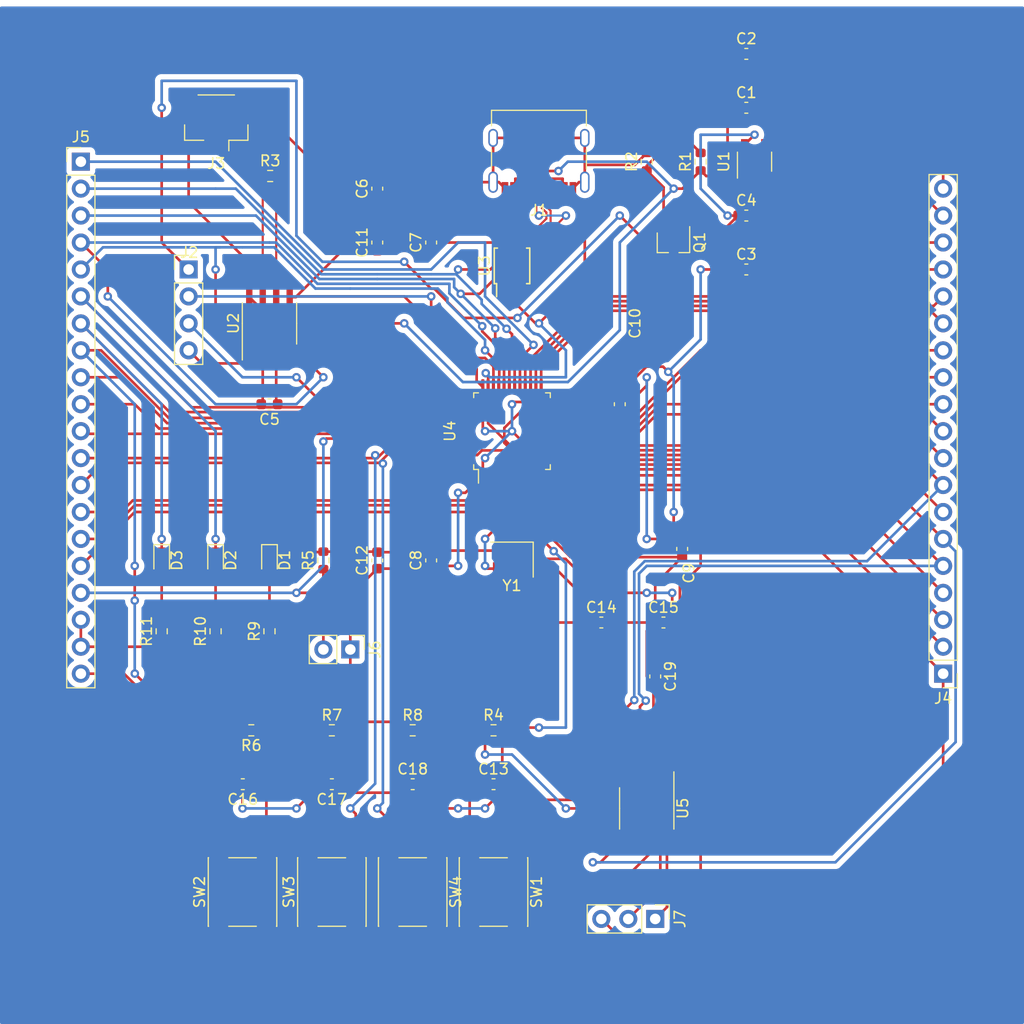
<source format=kicad_pcb>
(kicad_pcb (version 20211014) (generator pcbnew)
  (layers (0 "F.Cu" signal) (31 "B.Cu" signal) (34 "B.Paste" user) (35 "F.Paste" user) (36 "B.SilkS" user "B.Silkscreen") (37 "F.SilkS" user "F.Silkscreen") (38 "B.Mask" user) (39 "F.Mask" user) (44 "Edge.Cuts" user))
  (net 0 "")
  (net 1 "VBUS")
  (net 2 "GND")
  (net 3 "+3V3")
  (net 4 "/STM32_MinimumSystem/NRST")
  (net 5 "/STM32_MinimumSystem/OSC_IN")
  (net 6 "/STM32_MinimumSystem/OSC_OUT")
  (net 7 "/STM32_MinimumSystem/PB4")
  (net 8 "Net-(C17-Pad1)")
  (net 9 "Net-(C18-Pad1)")
  (net 10 "Net-(D1-Pad2)")
  (net 11 "/STM32_MinimumSystem/PA15")
  (net 12 "Net-(D2-Pad2)")
  (net 13 "/STM32_MinimumSystem/PB3")
  (net 14 "Net-(D3-Pad2)")
  (net 16 "/PORT&POWER/D+")
  (net 17 "/PORT&POWER/D-")
  (net 21 "/PORT&POWER/3V3_Debug")
  (net 22 "/STM32_MinimumSystem/PA13")
  (net 23 "/STM32_MinimumSystem/PA14")
  (net 24 "/PORT&POWER/CAN-")
  (net 25 "/PORT&POWER/CAN+")
  (net 26 "/STM32_MinimumSystem/PA0")
  (net 27 "/STM32_MinimumSystem/PA1")
  (net 28 "/STM32_MinimumSystem/PA2")
  (net 29 "/STM32_MinimumSystem/PA3")
  (net 30 "/STM32_MinimumSystem/PA4")
  (net 31 "/STM32_MinimumSystem/PA5")
  (net 32 "/STM32_MinimumSystem/PA6")
  (net 33 "/STM32_MinimumSystem/PA7")
  (net 34 "/STM32_MinimumSystem/PB0")
  (net 35 "/STM32_MinimumSystem/PB1")
  (net 36 "/STM32_MinimumSystem/PB2")
  (net 37 "/STM32_MinimumSystem/PB10")
  (net 38 "/STM32_MinimumSystem/PB11")
  (net 39 "/STM32_MinimumSystem/PB12")
  (net 40 "/STM32_MinimumSystem/PB13")
  (net 41 "/STM32_MinimumSystem/PB14")
  (net 42 "/STM32_MinimumSystem/PB15")
  (net 43 "/STM32_MinimumSystem/PA8")
  (net 44 "/STM32_MinimumSystem/PA9")
  (net 45 "/STM32_MinimumSystem/PA10")
  (net 46 "/STM32_MinimumSystem/PA11")
  (net 47 "/STM32_MinimumSystem/PA12")
  (net 48 "/STM32_MinimumSystem/PB5")
  (net 49 "/STM32_MinimumSystem/PB6")
  (net 50 "/STM32_MinimumSystem/PB7")
  (net 51 "/STM32_MinimumSystem/PB8")
  (net 52 "/STM32_MinimumSystem/PB9")
  (net 53 "/STM32_MinimumSystem/PC13")
  (net 54 "/STM32_MinimumSystem/PC14")
  (net 55 "/STM32_MinimumSystem/PC15")
  (net 56 "/STM32_MinimumSystem/BOOTO")
  (net 57 "Net-(J7-Pad1)")
  (net 58 "Net-(J7-Pad3)")
  (net 59 "Net-(Q1-Pad2)")
  (footprint "Resistor_SMD:R_0603_1608Metric" (layer "F.Cu") (at 92.265 122.1775 180)
    (fp_text reference "R6")
    (fp_text value "1K")
  )
  (footprint "Resistor_SMD:R_0603_1608Metric" (layer "F.Cu") (at 134.62 68.58 90)
    (fp_text reference "R1")
    (fp_text value "1k")
  )
  (footprint "Button_Switch_SMD:SW_Push_1P1T_NO_6x6mm_H9.5mm" (layer "F.Cu") (at 91.44 137.4175 90)
    (fp_text reference "SW2")
    (fp_text value "SW_Push")
  )
  (footprint "Crystal:Crystal_SMD_3225-4Pin_3.2x2.5mm" (layer "F.Cu") (at 116.84 106.0875 180)
    (fp_text reference "Y1")
    (fp_text value "12M")
  )
  (footprint "Package_SO:SOP-8_3.9x4.9mm_P1.27mm" (layer "F.Cu") (at 129.54 129.54 -90)
    (fp_text reference "U5")
    (fp_text value "AD8400ARZ50")
  )
  (footprint "Button_Switch_SMD:SW_Push_1P1T_NO_6x6mm_H9.5mm" (layer "F.Cu") (at 115.1 137.4175 -90)
    (fp_text reference "SW1")
    (fp_text value "SW_Push")
  )
  (footprint "Resistor_SMD:R_0603_1608Metric" (layer "F.Cu") (at 115.1 122.1775)
    (fp_text reference "R4")
    (fp_text value "10k")
  )
  (footprint "Resistor_SMD:R_0603_1608Metric" (layer "F.Cu") (at 99.86 122.1775)
    (fp_text reference "R7")
    (fp_text value "1K")
  )
  (footprint "Package_TO_SOT_SMD:SOT-23-5_HandSoldering" (layer "F.Cu") (at 139.7 68.58 90)
    (fp_text reference "U1")
    (fp_text value "HX9193")
  )
  (footprint "Resistor_SMD:R_0603_1608Metric" (layer "F.Cu") (at 93.98 112.8425 90)
    (fp_text reference "R9")
    (fp_text value "R")
  )
  (footprint "Package_SO:MSOP-10_3x3mm_P0.5mm" (layer "F.Cu") (at 116.84 78.4 90)
    (fp_text reference "U3")
    (fp_text value "CH340E")
  )
  (footprint "LED_SMD:LED_0603_1608Metric" (layer "F.Cu") (at 83.82 106.1625 -90)
    (fp_text reference "D3")
    (fp_text value "LED")
  )
  (footprint "Connector_PinHeader_2.54mm:PinHeader_1x04_P2.54mm_Vertical" (layer "F.Cu") (at 86.36 78.74)
    (fp_text reference "J2")
    (fp_text value " ")
  )
  (footprint "Button_Switch_SMD:SW_Push_1P1T_NO_6x6mm_H9.5mm" (layer "F.Cu") (at 107.48 137.4175 -90)
    (fp_text reference "SW4")
    (fp_text value "SW_Push")
  )
  (footprint "Capacitor_SMD:C_0603_1608Metric" (layer "F.Cu") (at 125.26 112.0175)
    (fp_text reference "C14")
    (fp_text value "18p")
  )
  (footprint "Resistor_SMD:R_0603_1608Metric" (layer "F.Cu") (at 83.82 112.8425 90)
    (fp_text reference "R11")
    (fp_text value "R")
  )
  (footprint "Button_Switch_SMD:SW_Push_1P1T_NO_6x6mm_H9.5mm" (layer "F.Cu") (at 99.86 137.4175 90)
    (fp_text reference "SW3")
    (fp_text value "SW_Push")
  )
  (footprint "Capacitor_SMD:C_0603_1608Metric" (layer "F.Cu") (at 99.86 127.2575 180)
    (fp_text reference "C17")
    (fp_text value "100n")
  )
  (footprint "Resistor_SMD:R_0603_1608Metric" (layer "F.Cu") (at 107.48 122.1775)
    (fp_text reference "R8")
    (fp_text value "1K")
  )
  (footprint "Capacitor_SMD:C_0603_1608Metric" (layer "F.Cu") (at 138.925 73.66)
    (fp_text reference "C4")
    (fp_text value "100n")
  )
  (footprint "Resistor_SMD:R_0603_1608Metric" (layer "F.Cu") (at 99.06 106.1625 90)
    (fp_text reference "R5")
    (fp_text value "10k")
  )
  (footprint "Connector_PinHeader_2.54mm:PinHeader_1x20_P2.54mm_Vertical" (layer "F.Cu") (at 76.2 68.58)
    (fp_text reference "J5")
    (fp_text value "Conn_01x20")
  )
  (footprint "Capacitor_SMD:C_0603_1608Metric" (layer "F.Cu") (at 131.115 112.0175)
    (fp_text reference "C15")
    (fp_text value "18p")
  )
  (footprint "LED_SMD:LED_0603_1608Metric" (layer "F.Cu") (at 93.98 106.1625 -90)
    (fp_text reference "D1")
    (fp_text value "LED")
  )
  (footprint "Capacitor_SMD:C_0603_1608Metric" (layer "F.Cu") (at 115.1 127.2575)
    (fp_text reference "C13")
    (fp_text value "100n")
  )
  (footprint "Capacitor_SMD:C_0603_1608Metric" (layer "F.Cu") (at 127 91.44 -90)
    (fp_text reference "C10")
    (fp_text value "100n")
  )
  (footprint "Connector_USB:USB_C_Receptacle_Palconn_UTC16-G" (layer "F.Cu") (at 119.38 68.58 180)
    (fp_text reference "J1")
    (fp_text value "USB_C_Receptacle_USB2.0")
  )
  (footprint "Connector_PinHeader_2.54mm:PinHeader_1x03_P2.54mm_Vertical" (layer "F.Cu") (at 130.34 139.9575 -90)
    (fp_text reference "J7")
    (fp_text value "Conn_01x03")
  )
  (footprint "Capacitor_SMD:C_0603_1608Metric" (layer "F.Cu") (at 93.98 91.44 180)
    (fp_text reference "C5")
    (fp_text value "100n")
  )
  (footprint "Capacitor_SMD:C_0603_1608Metric" (layer "F.Cu") (at 104.14 106.1625 90)
    (fp_text reference "C12")
    (fp_text value "100n")
  )
  (footprint "Capacitor_SMD:C_0603_1608Metric" (layer "F.Cu") (at 109.22 106.1625 90)
    (fp_text reference "C8")
    (fp_text value "100n")
  )
  (footprint "Package_TO_SOT_SMD:TSOT-23" (layer "F.Cu") (at 132.08 76.2 -90)
    (fp_text reference "Q1")
    (fp_text value " ")
  )
  (footprint "Capacitor_SMD:C_0603_1608Metric" (layer "F.Cu") (at 138.925 78.74)
    (fp_text reference "C3")
    (fp_text value "10u")
  )
  (footprint "Capacitor_SMD:C_0603_1608Metric" (layer "F.Cu") (at 104.14 76.2 90)
    (fp_text reference "C11")
    (fp_text value "100n")
  )
  (footprint "Capacitor_SMD:C_0603_1608Metric" (layer "F.Cu") (at 132.88 105.08 -90)
    (fp_text reference "C9")
    (fp_text value "100n")
  )
  (footprint "LED_SMD:LED_0603_1608Metric" (layer "F.Cu") (at 88.9 106.1625 -90)
    (fp_text reference "D2")
    (fp_text value "LED")
  )
  (footprint "Connector_PinHeader_2.54mm:PinHeader_1x02_P2.54mm_Vertical" (layer "F.Cu") (at 101.6 114.5575 -90)
    (fp_text reference "J6")
    (fp_text value "Conn_01x02")
  )
  (footprint "Capacitor_SMD:C_0603_1608Metric" (layer "F.Cu") (at 104.14 71.12 90)
    (fp_text reference "C6")
    (fp_text value "100n")
  )
  (footprint "Capacitor_SMD:C_0603_1608Metric" (layer "F.Cu") (at 138.925 58.42)
    (fp_text reference "C2")
    (fp_text value "100n")
  )
  (footprint "Connector_JST:JST_GH_SM02B-GHS-TB_1x02-1MP_P1.25mm_Horizontal" (layer "F.Cu") (at 88.965 64.85 180)
    (fp_text reference "J3")
    (fp_text value "Conn_01x02")
  )
  (footprint "Resistor_SMD:R_0603_1608Metric" (layer "F.Cu") (at 94.045 69.93)
    (fp_text reference "R3")
    (fp_text value "120")
  )
  (footprint "Capacitor_SMD:C_0603_1608Metric" (layer "F.Cu") (at 109.22 76.2 90)
    (fp_text reference "C7")
    (fp_text value "100n")
  )
  (footprint "Capacitor_SMD:C_0603_1608Metric" (layer "F.Cu") (at 130.34 117.0975 -90)
    (fp_text reference "C19")
    (fp_text value "100n")
  )
  (footprint "Package_SO:SOIC-8_3.9x4.9mm_P1.27mm" (layer "F.Cu") (at 93.98 83.82 90)
    (fp_text reference "U2")
    (fp_text value "TJA1051T-3")
  )
  (footprint "Capacitor_SMD:C_0603_1608Metric" (layer "F.Cu") (at 138.925 63.5)
    (fp_text reference "C1")
    (fp_text value "10u")
  )
  (footprint "Capacitor_SMD:C_0603_1608Metric" (layer "F.Cu") (at 107.48 127.2575)
    (fp_text reference "C18")
    (fp_text value "100n")
  )
  (footprint "Capacitor_SMD:C_0603_1608Metric" (layer "F.Cu") (at 91.465 127.2575 180)
    (fp_text reference "C16")
    (fp_text value "100n")
  )
  (footprint "Package_QFP:LQFP-48_7x7mm_P0.5mm" (layer "F.Cu") (at 116.84 93.98 90)
    (fp_text reference "U4")
    (fp_text value "STM32F103C8T6")
  )
  (footprint "Resistor_SMD:R_0603_1608Metric" (layer "F.Cu") (at 129.54 68.58 90)
    (fp_text reference "R2")
    (fp_text value "10k")
  )
  (footprint "Resistor_SMD:R_0603_1608Metric" (layer "F.Cu") (at 88.9 112.8425 90)
    (fp_text reference "R10")
    (fp_text value "R")
  )
  (footprint "Connector_PinHeader_2.54mm:PinHeader_1x19_P2.54mm_Vertical" (layer "F.Cu") (at 157.48 116.84 180)
    (fp_text reference "J4")
    (fp_text value "Conn_01x19")
  )
  (segment (start 94.615 91.3) (end 94.755 91.44) (width 0.25) (layer "F.Cu") (net 1))
  (segment (start 118.445 70.185) (end 119.170212 69.459788) (width 0.25) (layer "F.Cu") (net 1))
  (segment (start 139.247183 72.86) (end 138.925 73.182183) (width 0.25) (layer "F.Cu") (net 1))
  (segment (start 140.65 77.442817) (end 140.65 69.93) (width 0.25) (layer "F.Cu") (net 1))
  (segment (start 132.905 71.12) (end 132.08 71.12) (width 0.25) (layer "F.Cu") (net 1))
  (segment (start 140.475 78.262183) (end 140.152817 77.94) (width 0.25) (layer "F.Cu") (net 1))
  (segment (start 137.86 69.28) (end 137.16 68.58) (width 0.25) (layer "F.Cu") (net 1))
  (segment (start 94.615 86.295) (end 94.615 91.3) (width 0.25) (layer "F.Cu") (net 1))
  (segment (start 140.475 79.217817) (end 140.475 78.262183) (width 0.25) (layer "F.Cu") (net 1))
  (segment (start 96.713249 83.82) (end 106.68 83.82) (width 0.25) (layer "F.Cu") (net 1))
  (segment (start 138.75 70.735) (end 139.05 71.035) (width 0.25) (layer "F.Cu") (net 1))
  (segment (start 134.62 69.405) (end 132.905 71.12) (width 0.25) (layer "F.Cu") (net 1))
  (segment (start 138.75 69.93) (end 138.75 70.735) (width 0.25) (layer "F.Cu") (net 1))
  (segment (start 118.445 70.185) (end 117.155 70.185) (width 0.25) (layer "F.Cu") (net 1))
  (segment (start 134.62 69.405) (end 135.145 69.93) (width 0.25) (layer "F.Cu") (net 1))
  (segment (start 139.247183 74.46) (end 139.25 74.46) (width 0.25) (layer "F.Cu") (net 1))
  (segment (start 138.75 69.93) (end 138.1 69.28) (width 0.25) (layer "F.Cu") (net 1))
  (segment (start 139.25 72.86) (end 139.247183 72.86) (width 0.25) (layer "F.Cu") (net 1))
  (segment (start 139.25 77.94) (end 139.247183 77.94) (width 0.25) (layer "F.Cu") (net 1))
  (segment (start 139.247183 77.94) (end 138.925 78.262183) (width 0.25) (layer "F.Cu") (net 1))
  (segment (start 153.75 69.93) (end 157.48 73.66) (width 0.25) (layer "F.Cu") (net 1))
  (segment (start 137.16 63.5) (end 138.15 63.5) (width 0.25) (layer "F.Cu") (net 1))
  (segment (start 94.615 85.918249) (end 96.713249 83.82) (width 0.25) (layer "F.Cu") (net 1))
  (segment (start 121.605 70.185) (end 118.445 70.185) (width 0.25) (layer "F.Cu") (net 1))
  (segment (start 140.65 69.93) (end 153.75 69.93) (width 0.25) (layer "F.Cu") (net 1))
  (segment (start 135.145 69.93) (end 138.75 69.93) (width 0.25) (layer "F.Cu") (net 1))
  (segment (start 139.05 71.035) (end 139.25 71.035) (width 0.25) (layer "F.Cu") (net 1))
  (segment (start 119.170212 69.459788) (end 121.21897 69.459788) (width 0.25) (layer "F.Cu") (net 1))
  (segment (start 138.925 74.137817) (end 139.247183 74.46) (width 0.25) (layer "F.Cu") (net 1))
  (segment (start 140.152817 79.54) (end 140.475 79.217817) (width 0.25) (layer "F.Cu") (net 1))
  (segment (start 139.25 74.46) (end 139.25 77.94) (width 0.25) (layer "F.Cu") (net 1))
  (segment (start 117.155 70.185) (end 117.155 70.915) (width 0.25) (layer "F.Cu") (net 1))
  (segment (start 121.605 70.915) (end 121.605 70.185) (width 0.25) (layer "F.Cu") (net 1))
  (segment (start 138.925 73.182183) (end 138.925 74.137817) (width 0.25) (layer "F.Cu") (net 1))
  (segment (start 94.615 86.295) (end 94.615 85.918249) (width 0.25) (layer "F.Cu") (net 1))
  (segment (start 121.605 70.185) (end 121.605 70.805) (width 0.25) (layer "F.Cu") (net 1))
  (segment (start 140.152817 77.94) (end 140.65 77.442817) (width 0.25) (layer "F.Cu") (net 1))
  (segment (start 138.15 58.42) (end 138.15 63.5) (width 0.25) (layer "F.Cu") (net 1))
  (segment (start 117.155 70.915) (end 116.98 71.09) (width 0.25) (layer "F.Cu") (net 1))
  (segment (start 138.1 69.28) (end 137.86 69.28) (width 0.25) (layer "F.Cu") (net 1))
  (segment (start 139.25 71.035) (end 139.25 72.86) (width 0.25) (layer "F.Cu") (net 1))
  (segment (start 138.925 79.217817) (end 139.247183 79.54) (width 0.25) (layer "F.Cu") (net 1))
  (segment (start 121.78 71.09) (end 121.605 70.915) (width 0.25) (layer "F.Cu") (net 1))
  (segment (start 139.247183 79.54) (end 140.152817 79.54) (width 0.25) (layer "F.Cu") (net 1))
  (segment (start 138.925 78.262183) (end 138.925 79.217817) (width 0.25) (layer "F.Cu") (net 1))
  (segment (start 121.605 70.805) (end 121.92 71.12) (width 0.25) (layer "F.Cu") (net 1))
  (segment (start 137.16 68.58) (end 137.16 63.5) (width 0.25) (layer "F.Cu") (net 1))
  (via (at 121.21897 69.459788) (size 0.8) (drill 0.4) (layers "F.Cu" "B.Cu") (net 1))
  (via (at 106.68 83.82) (size 0.8) (drill 0.4) (layers "F.Cu" "B.Cu") (net 1))
  (via (at 132.08 71.12) (size 0.8) (drill 0.4) (layers "F.Cu" "B.Cu") (net 1))
  (segment (start 122.098758 68.58) (end 121.21897 69.459788) (width 0.25) (layer "B.Cu") (net 1))
  (segment (start 112.21 89.35) (end 122.106396 89.35) (width 0.25) (layer "B.Cu") (net 1))
  (segment (start 127 76.2) (end 132.08 71.12) (width 0.25) (layer "B.Cu") (net 1))
  (segment (start 129.54 68.58) (end 122.098758 68.58) (width 0.25) (layer "B.Cu") (net 1))
  (segment (start 106.68 83.82) (end 112.21 89.35) (width 0.25) (layer "B.Cu") (net 1))
  (segment (start 122.106396 89.35) (end 127 84.456396) (width 0.25) (layer "B.Cu") (net 1))
  (segment (start 132.08 71.12) (end 129.54 68.58) (width 0.25) (layer "B.Cu") (net 1))
  (segment (start 127 84.456396) (end 127 76.2) (width 0.25) (layer "B.Cu") (net 1))
  (segment (start 97.61 141.3925) (end 97.61 133.4425) (width 0.25) (layer "F.Cu") (net 2))
  (segment (start 117.35 133.4425) (end 117.35 141.3925) (width 0.25) (layer "F.Cu") (net 2))
  (segment (start 93.345 86.671751) (end 92.421751 87.595) (width 0.25) (layer "F.Cu") (net 2))
  (segment (start 128.584251 128.7325) (end 130.175 127.141751) (width 0.25) (layer "F.Cu") (net 2))
  (segment (start 117.59 101.082792) (end 122.362208 105.855) (width 0.25) (layer "F.Cu") (net 2))
  (segment (start 117.59 98.1425) (end 117.59 101.082792) (width 0.25) (layer "F.Cu") (net 2))
  (segment (start 104.14 70.345) (end 99.835 70.345) (width 0.25) (layer "F.Cu") (net 2))
  (segment (start 114.59 89.8175) (end 114.59 88.735489) (width 0.25) (layer "F.Cu") (net 2))
  (segment (start 129.54 67.755) (end 129.54 63.5) (width 0.25) (layer "F.Cu") (net 2))
  (segment (start 104.14 75.425) (end 104.94 74.625) (width 0.25) (layer "F.Cu") (net 2))
  (segment (start 137.16 55.88) (end 139.7 58.42) (width 0.25) (layer "F.Cu") (net 2))
  (segment (start 104.94 74.625) (end 104.94 71.145) (width 0.25) (layer "F.Cu") (net 2))
  (segment (start 123.7 79.5) (end 119.38 83.82) (width 0.25) (layer "F.Cu") (net 2))
  (segment (start 116.84 81.6) (end 116.84 80.6) (width 0.25) (layer "F.Cu") (net 2))
  (segment (start 128.415 68.88) (end 123.7 68.88) (width 0.25) (layer "F.Cu") (net 2))
  (segment (start 107.455 128.0575) (end 108.255 127.2575) (width 0.25) (layer "F.Cu") (net 2))
  (segment (start 110.5375 129.54) (end 111.76 129.54) (width 0.25) (layer "F.Cu") (net 2))
  (segment (start 132.88 105.855) (end 130.34 108.395) (width 0.25) (layer "F.Cu") (net 2))
  (segment (start 104.14 105.3875) (end 104.09 105.3375) (width 0.25) (layer "F.Cu") (net 2))
  (segment (start 80.2725 116.84) (end 76.2 116.84) (width 0.25) (layer "F.Cu") (net 2))
  (segment (start 116.046185 95.7955) (end 113.999902 95.7955) (width 0.25) (layer "F.Cu") (net 2))
  (segment (start 109.22 75.425) (end 104.14 75.425) (width 0.25) (layer "F.Cu") (net 2))
  (segment (start 117.54 106.9375) (end 117.94 106.9375) (width 0.25) (layer "F.Cu") (net 2))
  (segment (start 93.345 86.295) (end 93.345 86.671751) (width 0.25) (layer "F.Cu") (net 2))
  (segment (start 117.35 128.7325) (end 128.584251 128.7325) (width 0.25) (layer "F.Cu") (net 2))
  (segment (start 87.595 87.595) (end 86.36 86.36) (width 0.25) (layer "F.Cu") (net 2))
  (segment (start 116.480685 96.23) (end 116.480685 95.44863) (width 0.25) (layer "F.Cu") (net 2))
  (segment (start 92.075 78.105) (end 86.36 72.39) (width 0.25) (layer "F.Cu") (net 2))
  (segment (start 122.362208 105.855) (end 132.88 105.855) (width 0.25) (layer "F.Cu") (net 2))
  (segment (start 109.73 128.7325) (end 110.5375 129.54) (width 0.25) (layer "F.Cu") (net 2))
  (segment (start 116.1155 95.083445) (end 116.1155 93.679902) (width 0.25) (layer "F.Cu") (net 2))
  (segment (start 115.6 70.51) (end 116.18 71.09) (width 0.25) (layer "F.Cu") (net 2))
  (segment (start 140.58069 68.335) (end 139.7 69.21569) (width 0.25) (layer "F.Cu") (net 2))
  (segment (start 157.48 63.5) (end 157.48 71.12) (width 0.25) (layer "F.Cu") (net 2))
  (segment (start 123.7 66.34) (end 123.7 70.51) (width 0.25) (layer "F.Cu") (net 2))
  (segment (start 130.175 118.0375) (end 130.34 117.8725) (width 0.25) (layer "F.Cu") (net 2))
  (segment (start 91.44 66.04) (end 95.53 66.04) (width 0.25) (layer "F.Cu") (net 2))
  (segment (start 104.14 105.3875) (end 109.22 105.3875) (width 0.25) (layer "F.Cu") (net 2))
  (segment (start 114.59 93.245402) (end 114.59 89.8175) (width 0.25) (layer "F.Cu") (net 2))
  (segment (start 129.54 67.755) (end 128.415 68.88) (width 0.25) (layer "F.Cu") (net 2))
  (segment (start 104.09 105.3375) (end 99.06 105.3375) (width 0.25) (layer "F.Cu") (net 2))
  (segment (start 93.345 91.3) (end 93.205 91.44) (width 0.25) (layer "F.Cu") (net 2))
  (segment (start 141.3 65.1) (end 141.3 68.335) (width 0.25) (layer "F.Cu") (net 2))
  (segment (start 109.37 105.2375) (end 115.74 105.2375) (width 0.25) (layer "F.Cu") (net 2))
  (segment (start 123.16 70.51) (end 122.58 71.09) (width 0.25) (layer "F.Cu") (net 2))
  (segment (start 111.595 70.51) (end 111.595 73.05) (width 0.25) (layer "F.Cu") (net 2))
  (segment (start 111.595 73.05) (end 109.22 75.425) (width 0.25) (layer "F.Cu") (net 2))
  (segment (start 97.3275 128.7325) (end 96.52 129.54) (width 0.25) (layer "F.Cu") (net 2))
  (segment (start 117.59 97.339315) (end 116.480685 96.23) (width 0.25) (layer "F.Cu") (net 2))
  (segment (start 114.3 129.54) (end 115.875 127.965) (width 0.25) (layer "F.Cu") (net 2))
  (segment (start 123.7 66.34) (end 115.06 66.34) (width 0.25) (layer "F.Cu") (net 2))
  (segment (start 115.06 70.51) (end 115.6 70.51) (width 0.25) (layer "F.Cu") (net 2))
  (segment (start 139.7 73.66) (end 139.7 78.74) (width 0.25) (layer "F.Cu") (net 2))
  (segment (start 109.22 105.3875) (end 109.37 105.2375) (width 0.25) (layer "F.Cu") (net 2))
  (segment (start 116.1155 93.679902) (end 118.065402 91.73) (width 0.25) (layer "F.Cu") (net 2))
  (segment (start 97.61 128.7325) (end 97.3275 128.7325) (width 0.25) (layer "F.Cu") (net 2))
  (segment (start 117.59 98.1425) (end 117.59 97.339315) (width 0.25) (layer "F.Cu") (net 2))
  (segment (start 141.3 68.335) (end 140.58069 68.335) (width 0.25) (layer "F.Cu") (net 2))
  (segment (start 129.54 63.5) (end 137.16 55.88) (width 0.25) (layer "F.Cu") (net 2))
  (segment (start 92.7 85.65) (end 93.345 86.295) (width 0.25) (layer "F.Cu") (net 2))
  (segment (start 108.255 127.2575) (end 109.73 128.7325) (width 0.25) (layer "F.Cu") (net 2))
  (segment (start 86.875 65.525) (end 90.925 65.525) (width 0.25) (layer "F.Cu") (net 2))
  (segment (start 91.44 129.54) (end 91.44 128.0075) (width 0.25) (layer "F.Cu") (net 2))
  (segment (start 116.480685 95.136087) (end 114.59 93.245402) (width 0.25) (layer "F.Cu") (net 2))
  (segment (start 91.44 128.0075) (end 90.69 127.2575) (width 0.25) (layer "F.Cu") (net 2))
  (segment (start 127 92.215) (end 129.54 89.675) (width 0.25) (layer "F.Cu") (net 2))
  (segment (start 130.175 126.915) (end 130.175 118.0375) (width 0.25) (layer "F.Cu") (net 2))
  (segment (start 86.36 66.04) (end 86.875 65.525) (width 0.25) (layer "F.Cu") (net 2))
  (segment (start 92.7 81.97) (end 92.7 85.65) (width 0.25) (layer "F.Cu") (net 2))
  (segment (start 123.7 73.05) (end 122.58 71.93) (width 0.25) (layer "F.Cu") (net 2))
  (segment (start 115.84 105.2375) (end 117.54 106.9375) (width 0.25) (layer "F.Cu") (net 2))
  (segment (start 126.035 112.0175) (end 130.34 112.0175) (width 0.25) (layer "F.Cu") (net 2))
  (segment (start 90.69 127.2575) (end 80.2725 116.84) (width 0.25) (layer "F.Cu") (net 2))
  (segment (start 115.06 66.34) (end 115.06 70.51) (width 0.25) (layer "F.Cu") (net 2))
  (segment (start 92.075 78.105) (end 92.075 81.345) (width 0.25) (layer "F.Cu") (net 2))
  (segment (start 114.59 88.735489) (end 114.3655 88.510989) (width 0.25) (layer "F.Cu") (net 2))
  (segment (start 129.54 104.14) (end 131.165 104.14) (width 0.25) (layer "F.Cu") (net 2))
  (segment (start 117.94 106.9375) (end 120.955 106.9375) (width 0.25) (layer "F.Cu") (net 2))
  (segment (start 123.7 70.51) (end 123.16 70.51) (width 0.25) (layer "F.Cu") (net 2))
  (segment (start 122.58 71.93) (end 122.58 71.09) (width 0.25) (layer "F.Cu") (net 2))
  (segment (start 115.875 127.2575) (end 117.35 128.7325) (width 0.25) (layer "F.Cu") (net 2))
  (segment (start 97.61 128.7325) (end 97.61 133.4425) (width 0.25) (layer "F.Cu") (net 2))
  (segment (start 89.19 128.7575) (end 89.19 133.4425) (width 0.25) (layer "F.Cu") (net 2))
  (segment (start 113.565402 96.23) (end 112.6775 96.23) (width 0.25) (layer "F.Cu") (net 2))
  (segment (start 92.421751 87.595) (end 87.595 87.595) (width 0.25) (layer "F.Cu") (net 2))
  (segment (start 117.35 128.7325) (end 117.35 133.4425) (width 0.25) (layer "F.Cu") (net 2))
  (segment (start 90.925 65.525) (end 91.44 66.04) (width 0.25) (layer "F.Cu") (net 2))
  (segment (start 93.345 86.295) (end 93.345 91.3) (width 0.25) (layer "F.Cu") (net 2))
  (segment (start 139.7 69.93) (end 139.7 73.66) (width 0.25) (layer "F.Cu") (net 2))
  (segment (start 99.885 128.0575) (end 107.455 128.0575) (width 0.25) (layer "F.Cu") (net 2))
  (segment (start 86.36 72.39) (end 86.36 66.04) (width 0.25) (layer "F.Cu") (net 2))
  (segment (start 92.075 81.345) (end 92.7 81.97) (width 0.25) (layer "F.Cu") (net 2))
  (segment (start 119.38 83.82) (end 119.06 83.82) (width 0.25) (layer "F.Cu") (net 2))
  (segment (start 116.480685 96.23) (end 116.046185 95.7955) (width 0.25) (layer "F.Cu") (net 2))
  (segment (start 119.06 83.82) (end 116.84 81.6) (width 0.25) (layer "F.Cu") (net 2))
  (segment (start 99.085 127.2575) (end 99.885 128.0575) (width 0.25) (layer "F.Cu") (net 2))
  (segment (start 129.54 89.675) (end 129.54 88.9) (width 0.25) (layer "F.Cu") (net 2))
  (segment (start 129.54 117.0725) (end 130.34 117.8725) (width 0.25) (layer "F.Cu") (net 2))
  (segment (start 90.69 127.2575) (end 89.19 128.7575) (width 0.25) (layer "F.Cu") (net 2))
  (segment (start 120.955 106.9375) (end 126.035 112.0175) (width 0.25) (layer "F.Cu") (net 2))
  (segment (start 118.065402 91.73) (end 121.0025 91.73) (width 0.25) (layer "F.Cu") (net 2))
  (segment (start 99.085 127.2575) (end 97.61 128.7325) (width 0.25) (layer "F.Cu") (net 2))
  (segment (start 109.73 128.7325) (end 109.73 133.4425) (width 0.25) (layer "F.Cu") (net 2))
  (segment (start 139.7 58.42) (end 139.7 63.5) (width 0.25) (layer "F.Cu") (net 2))
  (segment (start 115.06 70.51) (end 111.595 70.51) (width 0.25) (layer "F.Cu") (net 2))
  (segment (start 99.0225 105.375) (end 93.98 105.375) (width 0.25) (layer "F.Cu") (net 2))
  (segment (start 129.54 112.8175) (end 129.54 117.0725) (width 0.25) (layer "F.Cu") (net 2))
  (segment (start 89.19 141.3925) (end 89.19 133.4425) (width 0.25) (layer "F.Cu") (net 2))
  (segment (start 99.06 105.3375) (end 99.0225 105.375) (width 0.25) (layer "F.Cu") (net 2))
  (segment (start 109.73 133.4425) (end 109.73 141.3925) (width 0.25) (layer "F.Cu") (net 2))
  (segment (start 131.165 104.14) (end 132.88 105.855) (width 0.25) (layer "F.Cu") (net 2))
  (segment (start 127 92.215) (end 126.515 91.73) (width 0.25) (layer "F.Cu") (net 2))
  (segment (start 130.34 112.0175) (end 129.54 112.8175) (width 0.25) (layer "F.Cu") (net 2))
  (segment (start 113.999902 95.7955) (end 113.565402 96.23) (width 0.25) (layer "F.Cu") (net 2))
  (segment (start 126.515 91.73) (end 121.0025 91.73) (width 0.25) (layer "F.Cu") (net 2))
  (segment (start 95.53 66.04) (end 99.835 70.345) (width 0.25) (layer "F.Cu") (net 2))
  (segment (start 115.74 105.2375) (end 115.84 105.2375) (width 0.25) (layer "F.Cu") (net 2))
  (segment (start 130.34 108.395) (end 130.34 112.0175) (width 0.25) (layer "F.Cu") (net 2))
  (segment (start 115.875 127.965) (end 115.875 127.2575) (width 0.25) (layer "F.Cu") (net 2))
  (segment (start 130.175 127.141751) (end 130.175 126.915) (width 0.25) (layer "F.Cu") (net 2))
  (segment (start 116.480685 95.44863) (end 116.480685 95.136087) (width 0.25) (layer "F.Cu") (net 2))
  (segment (start 116.480685 95.44863) (end 116.1155 95.083445) (width 0.25) (layer "F.Cu") (net 2))
  (segment (start 104.94 71.145) (end 104.14 70.345) (width 0.25) (layer "F.Cu") (net 2))
  (segment (start 139.7 63.5) (end 157.48 63.5) (width 0.25) (layer "F.Cu") (net 2))
  (segment (start 139.7 69.21569) (end 139.7 69.93) (width 0.25) (layer "F.Cu") (net 2))
  (segment (start 123.7 73.05) (end 123.7 79.5) (width 0.25) (layer "F.Cu") (net 2))
  (segment (start 139.7 63.5) (end 141.3 65.1) (width 0.25) (layer "F.Cu") (net 2))
  (via (at 111.76 129.54) (size 0.8) (drill 0.4) (layers "F.Cu" "B.Cu") (net 2))
  (via (at 96.52 129.54) (size 0.8) (drill 0.4) (layers "F.Cu" "B.Cu") (net 2))
  (via (at 119.38 83.82) (size 0.8) (drill 0.4) (layers "F.Cu" "B.Cu") (net 2))
  (via (at 114.3 129.54) (size 0.8) (drill 0.4) (layers "F.Cu" "B.Cu") (net 2))
  (via (at 129.54 88.9) (size 0.8) (drill 0.4) (layers "F.Cu" "B.Cu") (net 2))
  (via (at 114.3655 88.510989) (size 0.8) (drill 0.4) (layers "F.Cu" "B.Cu") (net 2))
  (via (at 91.44 129.54) (size 0.8) (drill 0.4) (layers "F.Cu" "B.Cu") (net 2))
  (via (at 129.54 104.14) (size 0.8) (drill 0.4) (layers "F.Cu" "B.Cu") (net 2))
  (segment (start 121.92 88.9) (end 121.92 86.36) (width 0.25) (layer "B.Cu") (net 2))
  (segment (start 114.3655 88.510989) (end 114.754511 88.9) (width 0.25) (layer "B.Cu") (net 2))
  (segment (start 121.92 86.36) (end 119.38 83.82) (width 0.25) (layer "B.Cu") (net 2))
  (segment (start 111.76 129.54) (end 114.3 129.54) (width 0.25) (layer "B.Cu") (net 2))
  (segment (start 96.52 129.54) (end 91.44 129.54) (width 0.25) (layer "B.Cu") (net 2))
  (segment (start 114.754511 88.9) (end 121.92 88.9) (width 0.25) (layer "B.Cu") (net 2))
  (segment (start 129.54 88.9) (end 129.54 104.14) (width 0.25) (layer "B.Cu") (net 2))
  (segment (start 126.435 91.23) (end 121.0025 91.23) (width 0.25) (layer "F.Cu") (net 3))
  (segment (start 88.875 113.6925) (end 88.9 113.6675) (width 0.25) (layer "F.Cu") (net 3))
  (segment (start 83.82 113.6675) (end 83.1875 114.3) (width 0.25) (layer "F.Cu") (net 3))
  (segment (start 104.14 76.975) (end 109.22 76.975) (width 0.25) (layer "F.Cu") (net 3))
  (segment (start 114.09 98.1425) (end 112.443396 99.789104) (width 0.25) (layer "F.Cu") (net 3))
  (segment (start 138.75 66.99) (end 139.7 66.04) (width 0.25) (layer "F.Cu") (net 3))
  (segment (start 111.76 106.68) (end 109.4775 106.68) (width 0.25) (layer "F.Cu") (net 3))
  (segment (start 116.539832 73.960168) (end 115.84 74.66) (width 0.25) (layer "F.Cu") (net 3))
  (segment (start 114.09 89.8175) (end 113.508489 89.235989) (width 0.25) (layer "F.Cu") (net 3))
  (segment (start 134.62 104.14) (end 133.045 104.14) (width 0.25) (layer "F.Cu") (net 3))
  (segment (start 127 90.665) (end 126.435 91.23) (width 0.25) (layer "F.Cu") (net 3))
  (segment (start 114.275 121.945) (end 114.275 122.1775) (width 0.25) (layer "F.Cu") (net 3))
  (segment (start 101.6 76.2) (end 102.375 76.975) (width 0.25) (layer "F.Cu") (net 3))
  (segment (start 134.62 78.74) (end 138.15 78.74) (width 0.25) (layer "F.Cu") (net 3))
  (segment (start 114.3 124.46) (end 114.3 121.92) (width 0.25) (layer "F.Cu") (net 3))
  (segment (start 114.3 96.52) (end 114.09 96.73) (width 0.25) (layer "F.Cu") (net 3))
  (segment (start 128.905 131.938249) (end 126.506751 129.54) (width 0.25) (layer "F.Cu") (net 3))
  (segment (start 117.34 76.2) (end 117.34 74.760336) (width 0.25) (layer "F.Cu") (net 3))
  (segment (start 138.15 73.66) (end 138.15 78.74) (width 0.25) (layer "F.Cu") (net 3))
  (segment (start 101.6 114.5575) (end 101.6 120.4625) (width 0.25) (layer "F.Cu") (net 3))
  (segment (start 138.75 67.23) (end 138.75 66.99) (width 0.25) (layer "F.Cu") (net 3))
  (segment (start 104.14 106.9375) (end 109.22 106.9375) (width 0.25) (layer "F.Cu") (net 3))
  (segment (start 107.455 121.3775) (end 106.655 122.1775) (width 0.25) (layer "F.Cu") (net 3))
  (segment (start 133.045 104.14) (end 132.88 104.305) (width 0.25) (layer "F.Cu") (net 3))
  (segment (start 101.6 114.5575) (end 101.6 109.4775) (width 0.25) (layer "F.Cu") (net 3))
  (segment (start 128.905 132.165) (end 128.905 131.938249) (width 0.25) (layer "F.Cu") (net 3))
  (segment (start 126.435 90.979695) (end 129.514198 87.900497) (width 0.25) (layer "F.Cu") (net 3))
  (segment (start 132.665 113.9975) (end 132.665 108.635) (width 0.25) (layer "F.Cu") (net 3))
  (segment (start 113.508489 89.235989) (end 113.508489 88.108489) (width 0.25) (layer "F.Cu") (net 3))
  (segment (start 115.84 74.66) (end 115.84 76.2) (width 0.25) (layer "F.Cu") (net 3))
  (segment (start 101.6 73.66) (end 101.6 76.2) (width 0.25) (layer "F.Cu") (net 3))
  (segment (start 138.15 73.66) (end 136.92 74.89) (width 0.25) (layer "F.Cu") (net 3))
  (segment (start 109.995 76.2) (end 109.22 76.975) (width 0.25) (layer "F.Cu") (net 3))
  (segment (start 114.3 93.98) (end 114.09 93.77) (width 0.25) (layer "F.Cu") (net 3))
  (segment (start 88.9 113.6675) (end 93.98 113.6675) (width 0.25) (layer "F.Cu") (net 3))
  (segment (start 113.475 121.3775) (end 114.275 122.1775) (width 0.25) (layer "F.Cu") (net 3))
  (segment (start 101.6 120.4625) (end 102.515 121.3775) (width 0.25) (layer "F.Cu") (net 3))
  (segment (start 88.875 121.3775) (end 88.875 113.6925) (width 0.25) (layer "F.Cu") (net 3))
  (segment (start 96.52 81.28) (end 96.455 81.345) (width 0.25) (layer "F.Cu") (net 3))
  (segment (start 134.62 106.68) (end 134.62 104.14) (width 0.25) (layer "F.Cu") (net 3))
  (segment (start 105.855 121.3775) (end 106.655 122.1775) (width 0.25) (layer "F.Cu") (net 3))
  (segment (start 83.82 113.6675) (end 88.9 113.6675) (width 0.25) (layer "F.Cu") (net 3))
  (segment (start 83.1875 114.3) (end 76.2 114.3) (width 0.25) (layer "F.Cu") (net 3))
  (segment (start 116.84 91.44) (end 117.05 91.23) (width 0.25) (layer "F.Cu") (net 3))
  (segment (start 130.34 116.3225) (end 132.665 113.9975) (width 0.25) (layer "F.Cu") (net 3))
  (segment (start 93.09 122.1775) (end 99.035 122.1775) (width 0.25) (layer "F.Cu") (net 3))
  (segment (start 102.375 76.975) (end 104.14 76.975) (width 0.25) (layer "F.Cu") (net 3))
  (segment (start 136.92 74.89) (end 133.03 74.89) (width 0.25) (layer "F.Cu") (net 3))
  (segment (start 101.6 76.2) (end 96.455 81.345) (width 0.25) (layer "F.Cu") (net 3))
  (segment (start 114.09 96.73) (end 114.09 98.1425) (width 0.25) (layer "F.Cu") (net 3))
  (segment (start 106.68 81.28) (end 96.52 81.28) (width 0.25) (layer "F.Cu") (net 3))
  (segment (start 109.4775 106.68) (end 109.22 106.9375) (width 0.25) (layer "F.Cu") (net 3))
  (segment (start 112.443396 99.789104) (end 111.76 99.789104) (width 0.25) (layer "F.Cu") (net 3))
  (segment (start 101.6 109.4775) (end 104.14 106.9375) (width 0.25) (layer "F.Cu") (net 3))
  (segment (start 107.455 121.3775) (end 113.475 121.3775) (width 0.25) (layer "F.Cu") (net 3))
  (segment (start 129.514198 87.900497) (end 131.080497 87.900497) (width 0.25) (layer "F.Cu") (net 3))
  (segment (start 131.080497 87.900497) (end 131.5677 88.3877) (width 0.25) (layer "F.Cu") (net 3))
  (segment (start 132.08 103.505) (end 132.88 104.305) (width 0.25) (layer "F.Cu") (net 3))
  (segment (start 115.84 76.2) (end 109.995 76.2) (width 0.25) (layer "F.Cu") (net 3))
  (segment (start 112.6775 96.73) (end 114.09 98.1425) (width 0.25) (layer "F.Cu") (net 3))
  (segment (start 99.035 122.1775) (end 99.835 121.3775) (width 0.25) (layer "F.Cu") (net 3))
  (segment (start 103.365 71.895) (end 101.6 73.66) (width 0.25) (layer "F.Cu") (net 3))
  (segment (start 126.506751 129.54) (end 121.92 129.54) (width 0.25) (layer "F.Cu") (net 3))
  (segment (start 132.665 108.635) (end 134.62 106.68) (width 0.25) (layer "F.Cu") (net 3))
  (segment (start 76.2 114.3) (end 76.2 111.76) (width 0.25) (layer "F.Cu") (net 3))
  (segment (start 104.14 71.895) (end 103.365 71.895) (width 0.25) (layer "F.Cu") (net 3))
  (segment (start 118.09 98.1425) (end 118.09 95.23) (width 0.25) (layer "F.Cu") (net 3))
  (segment (start 114.3 121.92) (end 114.275 121.945) (width 0.25) (layer "F.Cu") (net 3))
  (segment (start 137.16 73.66) (end 138.15 73.66) (width 0.25) (layer "F.Cu") (net 3))
  (segment (start 132.08 101.6) (end 132.08 103.505) (width 0.25) (layer "F.Cu") (net 3))
  (segment (start 114.09 93.77) (end 114.09 89.8175) (width 0.25) (layer "F.Cu") (net 3))
  (segment (start 117.05 91.23) (end 121.0025 91.23) (width 0.25) (layer "F.Cu") (net 3))
  (segment (start 96.455 81.345) (end 95.885 81.345) (width 0.25) (layer "F.Cu") (net 3))
  (segment (start 102.515 121.3775) (end 105.855 121.3775) (width 0.25) (layer "F.Cu") (net 3))
  (segment (start 102.515 121.3775) (end 88.875 121.3775) (width 0.25) (layer "F.Cu") (net 3))
  (segment (start 118.09 95.23) (end 116.84 93.98) (width 0.25) (layer "F.Cu") (net 3))
  (segment (start 117.34 74.760336) (end 116.539832 73.960168) (width 0.25) (layer "F.Cu") (net 3))
  (segment (start 126.435 91.23) (end 126.435 90.979695) (width 0.25) (layer "F.Cu") (net 3))
  (segment (start 113.508489 88.108489) (end 106.68 81.28) (width 0.25) (layer "F.Cu") (net 3))
  (via (at 116.84 91.44) (size 0.8) (drill 0.4) (layers "F.Cu" "B.Cu") (net 3))
  (via (at 114.3 96.52) (size 0.8) (drill 0.4) (layers "F.Cu" "B.Cu") (net 3))
  (via (at 137.16 73.66) (size 0.8) (drill 0.4) (layers "F.Cu" "B.Cu") (net 3))
  (via (at 111.76 106.68) (size 0.8) (drill 0.4) (layers "F.Cu" "B.Cu") (net 3))
  (via (at 116.84 93.98) (size 0.8) (drill 0.4) (layers "F.Cu" "B.Cu") (net 3))
  (via (at 134.62 78.74) (size 0.8) (drill 0.4) (layers "F.Cu" "B.Cu") (net 3))
  (via (at 131.5677 88.3877) (size 0.8) (drill 0.4) (layers "F.Cu" "B.Cu") (net 3))
  (via (at 114.3 93.98) (size 0.8) (drill 0.4) (layers "F.Cu" "B.Cu") (net 3))
  (via (at 121.92 129.54) (size 0.8) (drill 0.4) (layers "F.Cu" "B.Cu") (net 3))
  (via (at 111.76 99.789104) (size 0.8) (drill 0.4) (layers "F.Cu" "B.Cu") (net 3))
  (via (at 139.7 66.04) (size 0.8) (drill 0.4) (layers "F.Cu" "B.Cu") (net 3))
  (via (at 114.3 124.46) (size 0.8) (drill 0.4) (layers "F.Cu" "B.Cu") (net 3))
  (via (at 132.08 101.6) (size 0.8) (drill 0.4) (layers "F.Cu" "B.Cu") (net 3))
  (segment (start 134.62 71.12) (end 137.16 73.66) (width 0.25) (layer "B.Cu") (net 3))
  (segment (start 134.62 85.3354) (end 134.62 78.74) (width 0.25) (layer "B.Cu") (net 3))
  (segment (start 116.84 93.98) (end 116.84 91.44) (width 0.25) (layer "B.Cu") (net 3))
  (segment (start 134.62 66.04) (end 134.62 71.12) (width 0.25) (layer "B.Cu") (net 3))
  (segment (start 132.08 88.9) (end 132.08 101.6) (width 0.25) (layer "B.Cu") (net 3))
  (segment (start 116.84 93.98) (end 114.3 96.52) (width 0.25) (layer "B.Cu") (net 3))
  (segment (start 116.84 93.98) (end 114.3 93.98) (width 0.25) (layer "B.Cu") (net 3))
  (segment (start 131.5677 88.3877) (end 132.08 88.9) (width 0.25) (layer "B.Cu") (net 3))
  (segment (start 139.7 66.04) (end 134.62 66.04) (width 0.25) (layer "B.Cu") (net 3))
  (segment (start 121.92 129.54) (end 116.84 124.46) (width 0.25) (layer "B.Cu") (net 3))
  (segment (start 131.5677 88.3877) (end 134.62 85.3354) (width 0.25) (layer "B.Cu") (net 3))
  (segment (start 111.76 99.789104) (end 111.76 106.68) (width 0.25) (layer "B.Cu") (net 3))
  (segment (start 116.84 124.46) (end 114.3 124.46) (width 0.25) (layer "B.Cu") (net 3))
  (segment (start 112.85 133.4425) (end 112.85 141.3925) (width 0.25) (layer "F.Cu") (net 4))
  (segment (start 116.1825 121.92) (end 115.925 122.1775) (width 0.25) (layer "F.Cu") (net 4))
  (segment (start 115.925 122.1775) (end 115.925 125.6575) (width 0.25) (layer "F.Cu") (net 4))
  (segment (start 115.925 125.6575) (end 114.325 127.2575) (width 0.25) (layer "F.Cu") (net 4))
  (segment (start 112.85 128.7325) (end 112.85 133.4425) (width 0.25) (layer "F.Cu") (net 4))
  (segment (start 117.09 98.1425) (end 117.09 101.607392) (width 0.25) (layer "F.Cu") (net 4))
  (segment (start 114.325 127.2575) (end 112.85 128.7325) (width 0.25) (layer "F.Cu") (net 4))
  (segment (start 119.38 121.92) (end 116.1825 121.92) (width 0.25) (layer "F.Cu") (net 4))
  (segment (start 117.09 101.607392) (end 120.771304 105.288696) (width 0.25) (layer "F.Cu") (net 4))
  (via (at 119.38 121.92) (size 0.8) (drill 0.4) (layers "F.Cu" "B.Cu") (net 4))
  (via (at 120.771304 105.288696) (size 0.8) (drill 0.4) (layers "F.Cu" "B.Cu") (net 4))
  (segment (start 120.771304 105.288696) (end 121.92 106.437392) (width 0.25) (layer "B.Cu") (net 4))
  (segment (start 121.92 121.92) (end 119.38 121.92) (width 0.25) (layer "B.Cu") (net 4))
  (segment (start 121.92 106.437392) (end 121.92 121.92) (width 0.25) (layer "B.Cu") (net 4))
  (segment (start 114.3 104.14) (end 116.09 102.35) (width 0.25) (layer "F.Cu") (net 5))
  (segment (start 115.74 106.9375) (end 114.5575 106.9375) (width 0.25) (layer "F.Cu") (net 5))
  (segment (start 115.74 106.9375) (end 120.82 112.0175) (width 0.25) (layer "F.Cu") (net 5))
  (segment (start 116.09 102.35) (end 116.09 98.1425) (width 0.25) (layer "F.Cu") (net 5))
  (segment (start 114.5575 106.9375) (end 114.3 106.68) (width 0.25) (layer "F.Cu") (net 5))
  (segment (start 120.82 112.0175) (end 124.485 112.0175) (width 0.25) (layer "F.Cu") (net 5))
  (via (at 114.3 106.68) (size 0.8) (drill 0.4) (layers "F.Cu" "B.Cu") (net 5))
  (via (at 114.3 104.14) (size 0.8) (drill 0.4) (layers "F.Cu" "B.Cu") (net 5))
  (segment (start 114.3 106.68) (end 114.3 104.14) (width 0.25) (layer "B.Cu") (net 5))
  (segment (start 131.9405 109.22) (end 131.9405 111.967) (width 0.25) (layer "F.Cu") (net 6))
  (segment (start 116.59 98.1425) (end 116.59 103.8875) (width 0.25) (layer "F.Cu") (net 6))
  (segment (start 117.94 105.2375) (end 118.716196 106.013696) (width 0.25) (layer "F.Cu") (net 6))
  (segment (start 116.59 103.8875) (end 117.94 105.2375) (width 0.25) (layer "F.Cu") (net 6))
  (segment (start 118.716196 106.013696) (end 121.884508 106.013696) (width 0.25) (layer "F.Cu") (net 6))
  (segment (start 121.884508 106.013696) (end 125.090812 109.22) (width 0.25) (layer "F.Cu") (net 6))
  (segment (start 125.090812 109.22) (end 129.54 109.22) (width 0.25) (layer "F.Cu") (net 6))
  (segment (start 131.9405 111.967) (end 131.89 112.0175) (width 0.25) (layer "F.Cu") (net 6))
  (via (at 129.54 109.22) (size 0.8) (drill 0.4) (layers "F.Cu" "B.Cu") (net 6))
  (via (at 131.9405 109.22) (size 0.8) (drill 0.4) (layers "F.Cu" "B.Cu") (net 6))
  (segment (start 129.54 109.22) (end 131.9405 109.22) (width 0.25) (layer "B.Cu") (net 6))
  (segment (start 112.6775 92.73) (end 84.473604 92.73) (width 0.25) (layer "F.Cu") (net 7))
  (segment (start 93.69 141.3925) (end 93.69 133.4425) (width 0.25) (layer "F.Cu") (net 7))
  (segment (start 93.69 128.7075) (end 93.69 133.4425) (width 0.25) (layer "F.Cu") (net 7))
  (segment (start 81.28 109.9445) (end 81.28 106.68) (width 0.25) (layer "F.Cu") (net 7))
  (segment (start 92.24 127.2575) (end 91.44 126.4575) (width 0.25) (layer "F.Cu") (net 7))
  (segment (start 92.24 127.2575) (end 93.69 128.7075) (width 0.25) (layer "F.Cu") (net 7))
  (segment (start 91.44 126.4575) (end 91.44 122.1775) (width 0.25) (layer "F.Cu") (net 7))
  (segment (start 86.634598 122.1775) (end 81.288549 116.831451) (width 0.25) (layer "F.Cu") (net 7))
  (segment (start 91.44 122.1775) (end 86.634598 122.1775) (width 0.25) (layer "F.Cu") (net 7))
  (segment (start 84.473604 92.73) (end 78.103604 86.36) (width 0.25) (layer "F.Cu") (net 7))
  (segment (start 78.103604 86.36) (end 76.2 86.36) (width 0.25) (layer "F.Cu") (net 7))
  (via (at 81.288549 116.831451) (size 0.8) (drill 0.4) (layers "F.Cu" "B.Cu") (net 7))
  (via (at 81.28 109.9445) (size 0.8) (drill 0.4) (layers "F.Cu" "B.Cu") (net 7))
  (via (at 81.28 106.68) (size 0.8) (drill 0.4) (layers "F.Cu" "B.Cu") (net 7))
  (segment (start 81.288549 116.831451) (end 81.28 116.822902) (width 0.25) (layer "B.Cu") (net 7))
  (segment (start 81.28 106.68) (end 81.28 91.44) (width 0.25) (layer "B.Cu") (net 7))
  (segment (start 81.28 116.822902) (end 81.28 109.9445) (width 0.25) (layer "B.Cu") (net 7))
  (segment (start 81.28 91.44) (end 76.2 86.36) (width 0.25) (layer "B.Cu") (net 7))
  (segment (start 100.635 127.2575) (end 100.685 127.2075) (width 0.25) (layer "F.Cu") (net 8))
  (segment (start 100.685 127.2075) (end 100.685 122.1775) (width 0.25) (layer "F.Cu") (net 8))
  (segment (start 108.305 125.6575) (end 108.305 122.1775) (width 0.25) (layer "F.Cu") (net 9))
  (segment (start 106.705 127.2575) (end 108.305 125.6575) (width 0.25) (layer "F.Cu") (net 9))
  (segment (start 93.98 106.95) (end 93.98 112.0175) (width 0.25) (layer "F.Cu") (net 10))
  (segment (start 86.65 91.73) (end 76.2 81.28) (width 0.25) (layer "F.Cu") (net 11))
  (segment (start 88.9 105.375) (end 88.9 104.14) (width 0.25) (layer "F.Cu") (net 11))
  (segment (start 112.6775 91.73) (end 86.65 91.73) (width 0.25) (layer "F.Cu") (net 11))
  (via (at 88.9 104.14) (size 0.8) (drill 0.4) (layers "F.Cu" "B.Cu") (net 11))
  (segment (start 88.9 104.14) (end 88.9 93.98) (width 0.25) (layer "B.Cu") (net 11))
  (segment (start 88.9 93.98) (end 76.2 81.28) (width 0.25) (layer "B.Cu") (net 11))
  (segment (start 88.9 112.0175) (end 88.9 106.95) (width 0.25) (layer "F.Cu") (net 12))
  (segment (start 109.22 92.18) (end 84.56 92.18) (width 0.25) (layer "F.Cu") (net 13))
  (segment (start 83.82 105.375) (end 83.82 104.14) (width 0.25) (layer "F.Cu") (net 13))
  (segment (start 84.56 92.18) (end 76.2 83.82) (width 0.25) (layer "F.Cu") (net 13))
  (segment (start 112.6775 92.23) (end 109.27 92.23) (width 0.25) (layer "F.Cu") (net 13))
  (segment (start 109.27 92.23) (end 109.22 92.18) (width 0.25) (layer "F.Cu") (net 13))
  (via (at 83.82 104.14) (size 0.8) (drill 0.4) (layers "F.Cu" "B.Cu") (net 13))
  (segment (start 83.82 104.14) (end 83.82 91.44) (width 0.25) (layer "B.Cu") (net 13))
  (segment (start 83.82 91.44) (end 76.2 83.82) (width 0.25) (layer "B.Cu") (net 13))
  (segment (start 83.82 106.95) (end 83.82 112.0175) (width 0.25) (layer "F.Cu") (net 14))
  (segment (start 119.63 71.09) (end 119.63 72.920757) (width 0.2) (layer "F.Cu") (net 16))
  (segment (start 119.38 76.2) (end 116.84 73.66) (width 0.2) (layer "F.Cu") (net 16))
  (segment (start 120.0795 73.949743) (end 119.38 74.649243) (width 0.2) (layer "F.Cu") (net 16))
  (segment (start 119.38 74.649243) (end 119.38 76.2) (width 0.2) (layer "F.Cu") (net 16))
  (segment (start 119.63 72.920757) (end 120.0795 73.370257) (width 0.2) (layer "F.Cu") (net 16))
  (segment (start 118.63 71.09) (end 118.63 72.91) (width 0.2) (layer "F.Cu") (net 16))
  (segment (start 115.84 79.58502) (end 115.84 80.6) (width 0.2) (layer "F.Cu") (net 16))
  (segment (start 120.0795 73.370257) (end 120.0795 73.949743) (width 0.2) (layer "F.Cu") (net 16))
  (segment (start 116.84 73.66) (end 117.59 72.91) (width 0.2) (layer "F.Cu") (net 16))
  (segment (start 119.22502 76.2) (end 115.84 79.58502) (width 0.2) (layer "F.Cu") (net 16))
  (segment (start 117.59 72.91) (end 118.63 72.91) (width 0.2) (layer "F.Cu") (net 16))
  (segment (start 119.38 76.2) (end 119.22502 76.2) (width 0.2) (layer "F.Cu") (net 16))
  (segment (start 120.479001 75.100999) (end 120.479001 73.204778) (width 0.2) (layer "F.Cu") (net 17))
  (segment (start 120.13 72.855777) (end 120.13 71.09) (width 0.2) (layer "F.Cu") (net 17))
  (segment (start 121.92 73.66) (end 120.479001 75.100999) (width 0.2) (layer "F.Cu") (net 17))
  (segment (start 117.25 78.74) (end 119.38 78.74) (width 0.2) (layer "F.Cu") (net 17))
  (segment (start 119.13 71.09) (end 119.13 73.41) (width 0.2) (layer "F.Cu") (net 17))
  (segment (start 116.34 79.65) (end 117.25 78.74) (width 0.2) (layer "F.Cu") (net 17))
  (segment (start 119.38 78.74) (end 120.479001 77.640999) (width 0.2) (layer "F.Cu") (net 17))
  (segment (start 116.34 80.6) (end 116.34 79.65) (width 0.2) (layer "F.Cu") (net 17))
  (segment (start 120.479001 73.204778) (end 120.13 72.855777) (width 0.2) (layer "F.Cu") (net 17))
  (segment (start 120.479001 77.640999) (end 120.479001 75.100999) (width 0.2) (layer "F.Cu") (net 17))
  (segment (start 119.13 73.41) (end 119.38 73.66) (width 0.2) (layer "F.Cu") (net 17))
  (via (at 121.92 73.66) (size 0.8) (drill 0.4) (layers "F.Cu" "B.Cu") (net 17))
  (via (at 119.38 73.66) (size 0.8) (drill 0.4) (layers "F.Cu" "B.Cu") (net 17))
  (segment (start 119.38 73.66) (end 121.92 73.66) (width 0.2) (layer "B.Cu") (net 17))
  (segment (start 112.273005 83.3077) (end 109.520305 80.555) (width 0.25) (layer "F.Cu") (net 21))
  (segment (start 83.82 63.5) (end 83.82 76.2) (width 0.25) (layer "F.Cu") (net 21))
  (segment (start 117.3523 83.3077) (end 112.273005 83.3077) (width 0.25) (layer "F.Cu") (net 21))
  (segment (start 109.2195 80.555) (end 106.68 78.0155) (width 0.25) (layer "F.Cu") (net 21))
  (segment (start 83.82 76.2) (end 86.36 78.74) (width 0.25) (layer "F.Cu") (net 21))
  (segment (start 109.520305 80.555) (end 109.2195 80.555) (width 0.25) (layer "F.Cu") (net 21))
  (segment (start 130.85 77.51) (end 127 73.66) (width 0.25) (layer "F.Cu") (net 21))
  (segment (start 132.08 77.51) (end 130.85 77.51) (width 0.25) (layer "F.Cu") (net 21))
  (via (at 83.82 63.5) (size 0.8) (drill 0.4) (layers "F.Cu" "B.Cu") (net 21))
  (via (at 127 73.66) (size 0.8) (drill 0.4) (layers "F.Cu" "B.Cu") (net 21))
  (via (at 106.68 78.0155) (size 0.8) (drill 0.4) (layers "F.Cu" "B.Cu") (net 21))
  (via (at 117.3523 83.3077) (size 0.8) (drill 0.4) (layers "F.Cu" "B.Cu") (net 21))
  (segment (start 96.52 60.96) (end 83.82 60.96) (width 0.25) (layer "B.Cu") (net 21))
  (segment (start 96.52 75.563604) (end 96.52 60.96) (width 0.25) (layer "B.Cu") (net 21))
  (segment (start 98.971896 78.0155) (end 96.838198 75.881802) (width 0.25) (layer "B.Cu") (net 21))
  (segment (start 96.838198 75.881802) (end 96.52 75.563604) (width 0.25) (layer "B.Cu") (net 21))
  (segment (start 106.68 78.0155) (end 98.971896 78.0155) (width 0.25) (layer "B.Cu") (net 21))
  (segment (start 83.82 60.96) (end 83.82 63.5) (width 0.25) (layer "B.Cu") (net 21))
  (segment (start 127 73.66) (end 117.3523 83.3077) (width 0.25) (layer "B.Cu") (net 21))
  (segment (start 115.09 89.8175) (end 115.09 87.875) (width 0.25) (layer "F.Cu") (net 22))
  (segment (start 115.09 87.875) (end 114.3 87.085) (width 0.25) (layer "F.Cu") (net 22))
  (segment (start 113.561396 87.085) (end 109.22 82.743604) (width 0.25) (layer "F.Cu") (net 22))
  (segment (start 109.22 82.743604) (end 109.22 81.28) (width 0.25) (layer "F.Cu") (net 22))
  (segment (start 114.3 87.085) (end 113.561396 87.085) (width 0.25) (layer "F.Cu") (net 22))
  (via (at 109.22 81.28) (size 0.8) (drill 0.4) (layers "F.Cu" "B.Cu") (net 22))
  (segment (start 109.22 81.28) (end 86.36 81.28) (width 0.25) (layer "B.Cu") (net 22))
  (segment (start 98.85 91.23) (end 96.52 88.9) (width 0.25) (layer "F.Cu") (net 23))
  (segment (start 112.6775 91.23) (end 98.85 91.23) (width 0.25) (layer "F.Cu") (net 23))
  (via (at 96.52 88.9) (size 0.8) (drill 0.4) (layers "F.Cu" "B.Cu") (net 23))
  (segment (start 96.52 88.9) (end 91.44 88.9) (width 0.25) (layer "B.Cu") (net 23))
  (segment (start 91.44 88.9) (end 86.36 83.82) (width 0.25) (layer "B.Cu") (net 23))
  (segment (start 94.87 69.93) (end 94.615 70.185) (width 0.2) (layer "F.Cu") (net 24))
  (segment (start 94.615 70.185) (end 94.615 81.345) (width 0.2) (layer "F.Cu") (net 24))
  (segment (start 91.64 66.7) (end 89.59 66.7) (width 0.2) (layer "F.Cu") (net 24))
  (segment (start 94.87 69.93) (end 91.64 66.7) (width 0.2) (layer "F.Cu") (net 24))
  (segment (start 91.333604 69.93) (end 93.22 69.93) (width 0.2) (layer "F.Cu") (net 25))
  (segment (start 88.34 66.936396) (end 91.333604 69.93) (width 0.2) (layer "F.Cu") (net 25))
  (segment (start 93.345 70.055) (end 93.345 81.345) (width 0.2) (layer "F.Cu") (net 25))
  (segment (start 93.22 69.93) (end 93.345 70.055) (width 0.2) (layer "F.Cu") (net 25))
  (segment (start 88.34 66.7) (end 88.34 66.936396) (width 0.2) (layer "F.Cu") (net 25))
  (segment (start 127.8 139.9575) (end 130.82 136.9375) (width 0.25) (layer "F.Cu") (net 26))
  (segment (start 121.526396 99.51) (end 140.15 99.51) (width 0.25) (layer "F.Cu") (net 26))
  (segment (start 119.276396 101.76) (end 121.526396 99.51) (width 0.25) (layer "F.Cu") (net 26))
  (segment (start 130.82 132.81) (end 130.175 132.165) (width 0.25) (layer "F.Cu") (net 26))
  (segment (start 121.92 144.78) (end 139.7 144.78) (width 0.25) (layer "F.Cu") (net 26))
  (segment (start 118.59 98.1425) (end 118.59 101.446396) (width 0.25) (layer "F.Cu") (net 26))
  (segment (start 118.59 101.446396) (end 118.903604 101.76) (width 0.25) (layer "F.Cu") (net 26))
  (segment (start 121.92 137.16) (end 121.92 144.78) (width 0.25) (layer "F.Cu") (net 26))
  (segment (start 140.15 99.51) (end 157.48 116.84) (width 0.25) (layer "F.Cu") (net 26))
  (segment (start 130.82 132.81) (end 126.47 137.16) (width 0.25) (layer "F.Cu") (net 26))
  (segment (start 126.47 137.16) (end 121.92 137.16) (width 0.25) (layer "F.Cu") (net 26))
  (segment (start 118.903604 101.76) (end 119.276396 101.76) (width 0.25) (layer "F.Cu") (net 26))
  (segment (start 130.82 136.9375) (end 130.82 132.81) (width 0.25) (layer "F.Cu") (net 26))
  (segment (start 139.7 144.78) (end 157.48 127) (width 0.25) (layer "F.Cu") (net 26))
  (segment (start 157.48 127) (end 157.48 116.84) (width 0.25) (layer "F.Cu") (net 26))
  (segment (start 142.24 99.06) (end 121.34 99.06) (width 0.25) (layer "F.Cu") (net 27))
  (segment (start 157.48 114.3) (end 142.24 99.06) (width 0.25) (layer "F.Cu") (net 27))
  (segment (start 119.09 101.31) (end 119.09 98.1425) (width 0.25) (layer "F.Cu") (net 27))
  (segment (start 121.34 99.06) (end 119.09 101.31) (width 0.25) (layer "F.Cu") (net 27))
  (segment (start 119.59 98.1425) (end 143.8625 98.1425) (width 0.25) (layer "F.Cu") (net 28))
  (segment (start 143.8625 98.1425) (end 157.48 111.76) (width 0.25) (layer "F.Cu") (net 28))
  (segment (start 124.247208 97.58) (end 145.84 97.58) (width 0.25) (layer "F.Cu") (net 29))
  (segment (start 145.84 97.58) (end 157.48 109.22) (width 0.25) (layer "F.Cu") (net 29))
  (segment (start 121.0025 96.73) (end 123.397208 96.73) (width 0.25) (layer "F.Cu") (net 29))
  (segment (start 123.397208 96.73) (end 124.247208 97.58) (width 0.25) (layer "F.Cu") (net 29))
  (segment (start 128.905 119.9255) (end 129.4505 119.38) (width 0.25) (layer "F.Cu") (net 30))
  (segment (start 123.533604 96.23) (end 124.433604 97.13) (width 0.25) (layer "F.Cu") (net 30))
  (segment (start 121.0025 96.23) (end 123.533604 96.23) (width 0.25) (layer "F.Cu") (net 30))
  (segment (start 147.93 97.13) (end 157.48 106.68) (width 0.25) (layer "F.Cu") (net 30))
  (segment (start 124.433604 97.13) (end 147.93 97.13) (width 0.25) (layer "F.Cu") (net 30))
  (segment (start 128.905 126.915) (end 128.905 119.9255) (width 0.25) (layer "F.Cu") (net 30))
  (via (at 129.4505 119.38) (size 0.8) (drill 0.4) (layers "F.Cu" "B.Cu") (net 30))
  (segment (start 129.4505 119.38) (end 128.815 118.7445) (width 0.25) (layer "B.Cu") (net 30))
  (segment (start 128.815 107.405) (end 129.54 106.68) (width 0.25) (layer "B.Cu") (net 30))
  (segment (start 129.54 106.68) (end 157.48 106.68) (width 0.25) (layer "B.Cu") (net 30))
  (segment (start 128.815 118.7445) (end 128.815 107.405) (width 0.25) (layer "B.Cu") (net 30))
  (segment (start 124.46 134.62) (end 125.18 134.62) (width 0.25) (layer "F.Cu") (net 31))
  (segment (start 125.18 134.62) (end 127.635 132.165) (width 0.25) (layer "F.Cu") (net 31))
  (segment (start 124.62 96.68) (end 150.02 96.68) (width 0.25) (layer "F.Cu") (net 31))
  (segment (start 121.0025 95.73) (end 123.67 95.73) (width 0.25) (layer "F.Cu") (net 31))
  (segment (start 123.67 95.73) (end 124.62 96.68) (width 0.25) (layer "F.Cu") (net 31))
  (segment (start 150.02 96.68) (end 157.48 104.14) (width 0.25) (layer "F.Cu") (net 31))
  (via (at 124.46 134.62) (size 0.8) (drill 0.4) (layers "F.Cu" "B.Cu") (net 31))
  (segment (start 147.32 134.62) (end 124.46 134.62) (width 0.25) (layer "B.Cu") (net 31))
  (segment (start 158.655 105.315) (end 158.655 123.285) (width 0.25) (layer "B.Cu") (net 31))
  (segment (start 157.48 124.46) (end 147.32 134.62) (width 0.25) (layer "B.Cu") (net 31))
  (segment (start 157.48 104.14) (end 158.655 105.315) (width 0.25) (layer "B.Cu") (net 31))
  (segment (start 158.655 123.285) (end 157.48 124.46) (width 0.25) (layer "B.Cu") (net 31))
  (segment (start 125.373604 96.23) (end 152.11 96.23) (width 0.25) (layer "F.Cu") (net 32))
  (segment (start 121.0025 95.23) (end 121.805685 95.23) (width 0.25) (layer "F.Cu") (net 32))
  (segment (start 121.805685 95.23) (end 121.855685 95.18) (width 0.25) (layer "F.Cu") (net 32))
  (segment (start 121.855685 95.18) (end 124.323604 95.18) (width 0.25) (layer "F.Cu") (net 32))
  (segment (start 152.11 96.23) (end 157.48 101.6) (width 0.25) (layer "F.Cu") (net 32))
  (segment (start 124.323604 95.18) (end 125.373604 96.23) (width 0.25) (layer "F.Cu") (net 32))
  (segment (start 121.0025 94.73) (end 124.41 94.73) (width 0.25) (layer "F.Cu") (net 33))
  (segment (start 154.2 95.78) (end 157.48 99.06) (width 0.25) (layer "F.Cu") (net 33))
  (segment (start 125.56 95.78) (end 154.2 95.78) (width 0.25) (layer "F.Cu") (net 33))
  (segment (start 124.41 94.73) (end 124.46 94.68) (width 0.25) (layer "F.Cu") (net 33))
  (segment (start 124.46 94.68) (end 125.56 95.78) (width 0.25) (layer "F.Cu") (net 33))
  (segment (start 127.635 126.915) (end 127.635 120.056255) (width 0.25) (layer "F.Cu") (net 33))
  (segment (start 127.635 120.056255) (end 128.368578 119.322677) (width 0.25) (layer "F.Cu") (net 33))
  (via (at 128.368578 119.322677) (size 0.8) (drill 0.4) (layers "F.Cu" "B.Cu") (net 33))
  (segment (start 128.365 107.218604) (end 129.353604 106.23) (width 0.25) (layer "B.Cu") (net 33))
  (segment (start 128.368578 119.322677) (end 128.365 119.319099) (width 0.25) (layer "B.Cu") (net 33))
  (segment (start 129.353604 106.23) (end 150.31 106.23) (width 0.25) (layer "B.Cu") (net 33))
  (segment (start 150.31 106.23) (end 157.48 99.06) (width 0.25) (layer "B.Cu") (net 33))
  (segment (start 128.365 119.319099) (end 128.365 107.218604) (width 0.25) (layer "B.Cu") (net 33))
  (segment (start 125.216599 94.23) (end 126.316599 95.33) (width 0.25) (layer "F.Cu") (net 34))
  (segment (start 121.0025 94.23) (end 125.216599 94.23) (width 0.25) (layer "F.Cu") (net 34))
  (segment (start 156.29 95.33) (end 157.48 96.52) (width 0.25) (layer "F.Cu") (net 34))
  (segment (start 126.316599 95.33) (end 156.29 95.33) (width 0.25) (layer "F.Cu") (net 34))
  (segment (start 130.494594 92.394594) (end 155.894594 92.394594) (width 0.25) (layer "F.Cu") (net 35))
  (segment (start 128.009188 94.88) (end 130.494594 92.394594) (width 0.25) (layer "F.Cu") (net 35))
  (segment (start 155.894594 92.394594) (end 157.48 93.98) (width 0.25) (layer "F.Cu") (net 35))
  (segment (start 121.0025 93.73) (end 125.352995 93.73) (width 0.25) (layer "F.Cu") (net 35))
  (segment (start 126.502995 94.88) (end 128.009188 94.88) (width 0.25) (layer "F.Cu") (net 35))
  (segment (start 125.352995 93.73) (end 126.502995 94.88) (width 0.25) (layer "F.Cu") (net 35))
  (segment (start 125.489391 93.23) (end 126.689391 94.43) (width 0.25) (layer "F.Cu") (net 36))
  (segment (start 126.689391 94.43) (end 127.822792 94.43) (width 0.25) (layer "F.Cu") (net 36))
  (segment (start 127.822792 94.43) (end 130.812792 91.44) (width 0.25) (layer "F.Cu") (net 36))
  (segment (start 130.812792 91.44) (end 157.48 91.44) (width 0.25) (layer "F.Cu") (net 36))
  (segment (start 121.0025 93.23) (end 125.489391 93.23) (width 0.25) (layer "F.Cu") (net 36))
  (segment (start 121.0025 92.73) (end 125.625787 92.73) (width 0.25) (layer "F.Cu") (net 37))
  (segment (start 126.875787 93.98) (end 127.636396 93.98) (width 0.25) (layer "F.Cu") (net 37))
  (segment (start 125.625787 92.73) (end 126.875787 93.98) (width 0.25) (layer "F.Cu") (net 37))
  (segment (start 132.716396 88.9) (end 157.48 88.9) (width 0.25) (layer "F.Cu") (net 37))
  (segment (start 127.636396 93.98) (end 132.716396 88.9) (width 0.25) (layer "F.Cu") (net 37))
  (segment (start 127.99 92.99) (end 134.62 86.36) (width 0.25) (layer "F.Cu") (net 38))
  (segment (start 121.0025 92.23) (end 125.762183 92.23) (width 0.25) (layer "F.Cu") (net 38))
  (segment (start 126.522183 92.99) (end 127.99 92.99) (width 0.25) (layer "F.Cu") (net 38))
  (segment (start 134.62 86.36) (end 157.48 86.36) (width 0.25) (layer "F.Cu") (net 38))
  (segment (start 125.762183 92.23) (end 126.522183 92.99) (width 0.25) (layer "F.Cu") (net 38))
  (segment (start 156.29 82.63) (end 157.48 83.82) (width 0.25) (layer "F.Cu") (net 39))
  (segment (start 119.59 88.059188) (end 125.019188 82.63) (width 0.25) (layer "F.Cu") (net 39))
  (segment (start 119.59 89.8175) (end 119.59 88.059188) (width 0.25) (layer "F.Cu") (net 39))
  (segment (start 125.019188 82.63) (end 156.29 82.63) (width 0.25) (layer "F.Cu") (net 39))
  (segment (start 124.832792 82.18) (end 156.58 82.18) (width 0.25) (layer "F.Cu") (net 40))
  (segment (start 156.58 82.18) (end 157.48 81.28) (width 0.25) (layer "F.Cu") (net 40))
  (segment (start 119.09 89.8175) (end 119.09 87.922792) (width 0.25) (layer "F.Cu") (net 40))
  (segment (start 119.09 87.922792) (end 124.832792 82.18) (width 0.25) (layer "F.Cu") (net 40))
  (segment (start 151.95 81.73) (end 154.94 78.74) (width 0.25) (layer "F.Cu") (net 41))
  (segment (start 154.94 78.74) (end 157.48 78.74) (width 0.25) (layer "F.Cu") (net 41))
  (segment (start 118.59 87.786396) (end 124.646396 81.73) (width 0.25) (layer "F.Cu") (net 41))
  (segment (start 118.59 89.8175) (end 118.59 87.786396) (width 0.25) (layer "F.Cu") (net 41))
  (segment (start 124.646396 81.73) (end 151.95 81.73) (width 0.25) (layer "F.Cu") (net 41))
  (segment (start 118.09 87.65) (end 124.46 81.28) (width 0.25) (layer "F.Cu") (net 42))
  (segment (start 124.46 81.28) (end 149.86 81.28) (width 0.25) (layer "F.Cu") (net 42))
  (segment (start 154.94 76.2) (end 157.48 76.2) (width 0.25) (layer "F.Cu") (net 42))
  (segment (start 149.86 81.28) (end 154.94 76.2) (width 0.25) (layer "F.Cu") (net 42))
  (segment (start 118.09 89.8175) (end 118.09 87.65) (width 0.25) (layer "F.Cu") (net 42))
  (segment (start 117.59 87.1254) (end 118.8677 85.8477) (width 0.25) (layer "F.Cu") (net 43))
  (segment (start 117.59 89.8175) (end 117.59 87.1254) (width 0.25) (layer "F.Cu") (net 43))
  (via (at 118.8677 85.8477) (size 0.8) (drill 0.4) (layers "F.Cu" "B.Cu") (net 43))
  (segment (start 109.22 78.74) (end 99.06 78.74) (width 0.25) (layer "B.Cu") (net 43))
  (segment (start 99.06 78.74) (end 88.9 68.58) (width 0.25) (layer "B.Cu") (net 43))
  (segment (start 111.76 76.2) (end 109.22 78.74) (width 0.25) (layer "B.Cu") (net 43))
  (segment (start 114.3 76.2) (end 111.76 76.2) (width 0.25) (layer "B.Cu") (net 43))
  (segment (start 88.9 68.58) (end 76.2 68.58) (width 0.25) (layer "B.Cu") (net 43))
  (segment (start 118.8677 85.8477) (end 114.3 81.28) (width 0.25) (layer "B.Cu") (net 43))
  (segment (start 114.3 81.28) (end 114.3 76.2) (width 0.25) (layer "B.Cu") (net 43))
  (segment (start 116.84 86.11) (end 117.09 86.36) (width 0.25) (layer "F.Cu") (net 44))
  (segment (start 116.365 76.2) (end 116.365 77.175) (width 0.25) (layer "F.Cu") (net 44))
  (segment (start 116.365 77.175) (end 114.8 78.74) (width 0.25) (layer "F.Cu") (net 44))
  (segment (start 114.8 78.74) (end 111.76 78.74) (width 0.25) (layer "F.Cu") (net 44))
  (segment (start 116.84 84.8446) (end 116.84 86.11) (width 0.25) (layer "F.Cu") (net 44))
  (segment (start 116.34 76.2) (end 116.365 76.2) (width 0.25) (layer "F.Cu") (net 44))
  (segment (start 117.09 86.36) (end 117.09 89.8175) (width 0.25) (layer "F.Cu") (net 44))
  (segment (start 116.3277 84.3323) (end 116.84 84.8446) (width 0.25) (layer "F.Cu") (net 44))
  (via (at 111.76 78.74) (size 0.8) (drill 0.4) (layers "F.Cu" "B.Cu") (net 44))
  (via (at 116.3277 84.3323) (size 0.8) (drill 0.4) (layers "F.Cu" "B.Cu") (net 44))
  (segment (start 104.14 79.19) (end 109.22 79.19) (width 0.25) (layer "B.Cu") (net 44))
  (segment (start 113.981802 81.598198) (end 113.981802 81.987107) (width 0.25) (layer "B.Cu") (net 44))
  (segment (start 111.76 78.74) (end 111.76 79.003604) (width 0.25) (layer "B.Cu") (net 44))
  (segment (start 99.246396 79.19) (end 104.14 79.19) (width 0.25) (layer "B.Cu") (net 44))
  (segment (start 109.22 79.19) (end 111.573604 79.19) (width 0.25) (layer "B.Cu") (net 44))
  (segment (start 76.2 71.12) (end 88.9 71.12) (width 0.25) (layer "B.Cu") (net 44))
  (segment (start 98.741802 79.058198) (end 98.873604 79.19) (width 0.25) (layer "B.Cu") (net 44))
  (segment (start 98.873604 79.19) (end 99.246396 79.19) (width 0.25) (layer "B.Cu") (net 44))
  (segment (start 90.803604 71.12) (end 98.741802 79.058198) (width 0.25) (layer "B.Cu") (net 44))
  (segment (start 113.981802 81.987107) (end 116.326995 84.3323) (width 0.25) (layer "B.Cu") (net 44))
  (segment (start 111.573604 79.19) (end 113.981802 81.598198) (width 0.25) (layer "B.Cu") (net 44))
  (segment (start 111.76 79.003604) (end 111.573604 79.19) (width 0.25) (layer "B.Cu") (net 44))
  (segment (start 116.326995 84.3323) (end 116.3277 84.3323) (width 0.25) (layer "B.Cu") (net 44))
  (segment (start 88.9 71.12) (end 90.803604 71.12) (width 0.25) (layer "B.Cu") (net 44))
  (segment (start 113.789732 81.034953) (end 112.005047 81.034953) (width 0.25) (layer "F.Cu") (net 45))
  (segment (start 116.84 76.2) (end 116.84 77.984685) (width 0.25) (layer "F.Cu") (net 45))
  (segment (start 116.84 77.984685) (end 113.789732 81.034953) (width 0.25) (layer "F.Cu") (net 45))
  (segment (start 116.59 86.496396) (end 115.25878 85.165176) (width 0.25) (layer "F.Cu") (net 45))
  (segment (start 115.25878 85.165176) (end 115.25878 84.288684) (width 0.25) (layer "F.Cu") (net 45))
  (segment (start 116.59 89.8175) (end 116.59 86.496396) (width 0.25) (layer "F.Cu") (net 45))
  (via (at 115.25878 84.288684) (size 0.8) (drill 0.4) (layers "F.Cu" "B.Cu") (net 45))
  (via (at 112.005047 81.034953) (size 0.8) (drill 0.4) (layers "F.Cu" "B.Cu") (net 45))
  (segment (start 76.2 73.66) (end 92.707208 73.66) (width 0.25) (layer "B.Cu") (net 45))
  (segment (start 98.423604 79.376396) (end 98.687208 79.64) (width 0.25) (layer "B.Cu") (net 45))
  (segment (start 111.387208 79.64) (end 111.387208 80.417112) (width 0.25) (layer "B.Cu") (net 45))
  (segment (start 98.687208 79.64) (end 104.14 79.64) (width 0.25) (layer "B.Cu") (net 45))
  (segment (start 93.343604 74.296396) (end 98.423604 79.376396) (width 0.25) (layer "B.Cu") (net 45))
  (segment (start 92.707208 73.66) (end 93.343604 74.296396) (width 0.25) (layer "B.Cu") (net 45))
  (segment (start 111.387208 80.417112) (end 115.25878 84.288684) (width 0.25) (layer "B.Cu") (net 45))
  (segment (start 104.14 79.64) (end 111.387208 79.64) (width 0.25) (layer "B.Cu") (net 45))
  (segment (start 114.032748 84.57554) (end 114.032748 84.087252) (width 0.25) (layer "F.Cu") (net 46))
  (segment (start 116.09 89.8175) (end 116.09 86.632792) (width 0.25) (layer "F.Cu") (net 46))
  (segment (start 116.09 86.632792) (end 114.032748 84.57554) (width 0.25) (layer "F.Cu") (net 46))
  (segment (start 78.74 78.74) (end 76.2 76.2) (width 0.25) (layer "F.Cu") (net 46))
  (segment (start 96.455 86.295) (end 99.06 88.9) (width 0.25) (layer "F.Cu") (net 46))
  (segment (start 95.885 86.295) (end 96.455 86.295) (width 0.25) (layer "F.Cu") (net 46))
  (segment (start 78.74 81.28) (end 78.74 78.74) (width 0.25) (layer "F.Cu") (net 46))
  (via (at 99.06 88.9) (size 0.8) (drill 0.4) (layers "F.Cu" "B.Cu") (net 46))
  (via (at 78.74 81.28) (size 0.8) (drill 0.4) (layers "F.Cu" "B.Cu") (net 46))
  (via (at 114.032748 84.087252) (size 0.8) (drill 0.4) (layers "F.Cu" "B.Cu") (net 46))
  (segment (start 96.52 91.44) (end 93.98 91.44) (width 0.25) (layer "B.Cu") (net 46))
  (segment (start 98.105406 79.694594) (end 98.500812 80.09) (width 0.25) (layer "B.Cu") (net 46))
  (segment (start 93.98 91.44) (end 88.9 91.44) (width 0.25) (layer "B.Cu") (net 46))
  (segment (start 110.937208 80.991712) (end 114.032748 84.087252) (width 0.25) (layer "B.Cu") (net 46))
  (segment (start 76.2 76.2) (end 93.98 76.2) (width 0.25) (layer "B.Cu") (net 46))
  (segment (start 110.937208 80.09) (end 110.937208 80.991712) (width 0.25) (layer "B.Cu") (net 46))
  (segment (start 99.06 88.9) (end 96.52 91.44) (width 0.25) (layer "B.Cu") (net 46))
  (segment (start 94.610812 76.2) (end 98.105406 79.694594) (width 0.25) (layer "B.Cu") (net 46))
  (segment (start 93.98 76.2) (end 94.610812 76.2) (width 0.25) (layer "B.Cu") (net 46))
  (segment (start 88.9 91.44) (end 78.74 81.28) (width 0.25) (layer "B.Cu") (net 46))
  (segment (start 98.500812 80.09) (end 110.937208 80.09) (width 0.25) (layer "B.Cu") (net 46))
  (segment (start 92.075 86.295) (end 88.9 83.12) (width 0.25) (layer "F.Cu") (net 47))
  (segment (start 115.64 87.7) (end 115.64 88.9) (width 0.25) (layer "F.Cu") (net 47))
  (segment (start 88.9 83.12) (end 88.9 78.74) (width 0.25) (layer "F.Cu") (net 47))
  (segment (start 115.59 89.8175) (end 115.59 88.95) (width 0.25) (layer "F.Cu") (net 47))
  (segment (start 114.3 86.36) (end 115.64 87.7) (width 0.25) (layer "F.Cu") (net 47))
  (segment (start 115.59 88.95) (end 115.64 88.9) (width 0.25) (layer "F.Cu") (net 47))
  (via (at 88.9 78.74) (size 0.8) (drill 0.4) (layers "F.Cu" "B.Cu") (net 47))
  (via (at 114.3 86.36) (size 0.8) (drill 0.4) (layers "F.Cu" "B.Cu") (net 47))
  (segment (start 96.517208 78.742792) (end 97.787208 80.012792) (width 0.25) (layer "B.Cu") (net 47))
  (segment (start 95.247208 77.472792) (end 96.517208 78.742792) (width 0.25) (layer "B.Cu") (net 47))
  (segment (start 88.9 76.65) (end 89.35 76.65) (width 0.25) (layer "B.Cu") (net 47))
  (segment (start 88.9 78.74) (end 88.9 76.65) (width 0.25) (layer "B.Cu") (net 47))
  (segment (start 97.787208 80.012792) (end 98.314416 80.54) (width 0.25) (layer "B.Cu") (net 47))
  (segment (start 94.424416 76.65) (end 95.247208 77.472792) (width 0.25) (layer "B.Cu") (net 47))
  (segment (start 109.8491 80.54) (end 110.750812 81.441712) (width 0.25) (layer "B.Cu") (net 47))
  (segment (start 114.3 85.379809) (end 114.3 86.36) (width 0.25) (layer "B.Cu") (net 47))
  (segment (start 110.750812 81.441712) (end 110.750812 81.830621) (width 0.25) (layer "B.Cu") (net 47))
  (segment (start 110.750812 81.830621) (end 114.3 85.379809) (width 0.25) (layer "B.Cu") (net 47))
  (segment (start 76.2 78.74) (end 78.29 76.65) (width 0.25) (layer "B.Cu") (net 47))
  (segment (start 78.29 76.65) (end 91.44 76.65) (width 0.25) (layer "B.Cu") (net 47))
  (segment (start 98.314416 80.54) (end 101.6 80.54) (width 0.25) (layer "B.Cu") (net 47))
  (segment (start 101.6 80.54) (end 109.8491 80.54) (width 0.25) (layer "B.Cu") (net 47))
  (segment (start 91.44 76.65) (end 94.424416 76.65) (width 0.25) (layer "B.Cu") (net 47))
  (segment (start 80.007208 88.9) (end 84.337208 93.23) (width 0.25) (layer "F.Cu") (net 48))
  (segment (start 76.2 88.9) (end 80.007208 88.9) (width 0.25) (layer "F.Cu") (net 48))
  (segment (start 84.337208 93.23) (end 112.6775 93.23) (width 0.25) (layer "F.Cu") (net 48))
  (segment (start 81.28 91.44) (end 76.2 91.44) (width 0.25) (layer "F.Cu") (net 49))
  (segment (start 112.6775 93.73) (end 83.57 93.73) (width 0.25) (layer "F.Cu") (net 49))
  (segment (start 83.57 93.73) (end 81.28 91.44) (width 0.25) (layer "F.Cu") (net 49))
  (segment (start 112.6775 94.23) (end 76.45 94.23) (width 0.25) (layer "F.Cu") (net 50))
  (segment (start 76.45 94.23) (end 76.2 93.98) (width 0.25) (layer "F.Cu") (net 50))
  (segment (start 105.43 95.23) (end 104.14 96.52) (width 0.25) (layer "F.Cu") (net 51))
  (segment (start 102.11 130.05) (end 102.11 133.4425) (width 0.25) (layer "F.Cu") (net 51))
  (segment (start 104.14 96.52) (end 76.2 96.52) (width 0.25) (layer "F.Cu") (net 51))
  (segment (start 104.14 96.52) (end 104.14 96.439602) (width 0.25) (layer "F.Cu") (net 51))
  (segment (start 101.6 129.54) (end 102.11 130.05) (width 0.25) (layer "F.Cu") (net 51))
  (segment (start 102.11 141.3925) (end 102.11 133.4425) (width 0.25) (layer "F.Cu") (net 51))
  (segment (start 104.14 96.439602) (end 103.945898 96.2455) (width 0.25) (layer "F.Cu") (net 51))
  (segment (start 112.6775 95.23) (end 105.43 95.23) (width 0.25) (layer "F.Cu") (net 51))
  (via (at 103.945898 96.2455) (size 0.8) (drill 0.4) (layers "F.Cu" "B.Cu") (net 51))
  (via (at 101.6 129.54) (size 0.8) (drill 0.4) (layers "F.Cu" "B.Cu") (net 51))
  (segment (start 103.945898 96.2455) (end 103.945898 127.194102) (width 0.25) (layer "B.Cu") (net 51))
  (segment (start 103.945898 127.194102) (end 101.6 129.54) (width 0.25) (layer "B.Cu") (net 51))
  (segment (start 104.14 129.54) (end 105.23 130.63) (width 0.25) (layer "F.Cu") (net 52))
  (segment (start 104.326396 96.97) (end 78.29 96.97) (width 0.25) (layer "F.Cu") (net 52))
  (segment (start 104.476296 96.838198) (end 104.670398 97.0323) (width 0.25) (layer "F.Cu") (net 52))
  (segment (start 78.29 96.97) (end 76.2 99.06) (width 0.25) (layer "F.Cu") (net 52))
  (segment (start 104.458198 96.838198) (end 104.476296 96.838198) (width 0.25) (layer "F.Cu") (net 52))
  (segment (start 104.458198 96.838198) (end 104.326396 96.97) (width 0.25) (layer "F.Cu") (net 52))
  (segment (start 105.23 130.63) (end 105.23 133.4425) (width 0.25) (layer "F.Cu") (net 52))
  (segment (start 105.23 133.4425) (end 105.23 141.3925) (width 0.25) (layer "F.Cu") (net 52))
  (segment (start 105.566396 95.73) (end 104.458198 96.838198) (width 0.25) (layer "F.Cu") (net 52))
  (segment (start 112.6775 95.73) (end 105.566396 95.73) (width 0.25) (layer "F.Cu") (net 52))
  (via (at 104.14 129.54) (size 0.8) (drill 0.4) (layers "F.Cu" "B.Cu") (net 52))
  (via (at 104.670398 97.0323) (size 0.8) (drill 0.4) (layers "F.Cu" "B.Cu") (net 52))
  (segment (start 104.670398 97.0323) (end 104.670398 129.009602) (width 0.25) (layer "B.Cu") (net 52))
  (segment (start 104.670398 129.009602) (end 104.14 129.54) (width 0.25) (layer "B.Cu") (net 52))
  (segment (start 114.59 98.1425) (end 114.59 100.037208) (width 0.25) (layer "F.Cu") (net 53))
  (segment (start 114.59 100.037208) (end 114.113604 100.513604) (width 0.25) (layer "F.Cu") (net 53))
  (segment (start 81.093604 100.513604) (end 80.007208 101.6) (width 0.25) (layer "F.Cu") (net 53))
  (segment (start 114.113604 100.513604) (end 81.093604 100.513604) (width 0.25) (layer "F.Cu") (net 53))
  (segment (start 80.007208 101.6) (end 76.2 101.6) (width 0.25) (layer "F.Cu") (net 53))
  (segment (start 115.09 98.1425) (end 115.09 100.173604) (width 0.25) (layer "F.Cu") (net 54))
  (segment (start 81.28 100.963604) (end 78.103604 104.14) (width 0.25) (layer "F.Cu") (net 54))
  (segment (start 115.09 100.173604) (end 114.3 100.963604) (width 0.25) (layer "F.Cu") (net 54))
  (segment (start 78.103604 104.14) (end 76.2 104.14) (width 0.25) (layer "F.Cu") (net 54))
  (segment (start 114.3 100.963604) (end 81.28 100.963604) (width 0.25) (layer "F.Cu") (net 54))
  (segment (start 114.3 101.6) (end 81.28 101.6) (width 0.25) (layer "F.Cu") (net 55))
  (segment (start 115.59 100.31) (end 114.3 101.6) (width 0.25) (layer "F.Cu") (net 55))
  (segment (start 81.28 101.6) (end 76.2 106.68) (width 0.25) (layer "F.Cu") (net 55))
  (segment (start 115.59 98.1425) (end 115.59 100.31) (width 0.25) (layer "F.Cu") (net 55))
  (segment (start 99.06 109.22) (end 96.52 109.22) (width 0.25) (layer "F.Cu") (net 56))
  (segment (start 99.3345 94.68) (end 99.06 94.9545) (width 0.25) (layer "F.Cu") (net 56))
  (segment (start 99.06 109.22) (end 99.06 114.5575) (width 0.25) (layer "F.Cu") (net 56))
  (segment (start 112.6775 94.73) (end 106.73 94.73) (width 0.25) (layer "F.Cu") (net 56))
  (segment (start 106.73 94.73) (end 106.68 94.68) (width 0.25) (layer "F.Cu") (net 56))
  (segment (start 101.6 94.68) (end 99.3345 94.68) (width 0.25) (layer "F.Cu") (net 56))
  (segment (start 99.06 106.9875) (end 99.06 109.22) (width 0.25) (layer "F.Cu") (net 56))
  (segment (start 106.68 94.68) (end 101.6 94.68) (width 0.25) (layer "F.Cu") (net 56))
  (via (at 96.52 109.22) (size 0.8) (drill 0.4) (layers "F.Cu" "B.Cu") (net 56))
  (via (at 99.06 94.9545) (size 0.8) (drill 0.4) (layers "F.Cu" "B.Cu") (net 56))
  (segment (start 96.52 109.22) (end 76.2 109.22) (width 0.25) (layer "B.Cu") (net 56))
  (segment (start 99.06 94.9545) (end 99.06 106.68) (width 0.25) (layer "B.Cu") (net 56))
  (segment (start 99.06 106.68) (end 96.52 109.22) (width 0.25) (layer "B.Cu") (net 56))
  (segment (start 130.34 139.9575) (end 131.445 138.8525) (width 0.25) (layer "F.Cu") (net 57))
  (segment (start 131.445 138.8525) (end 131.445 132.165) (width 0.25) (layer "F.Cu") (net 57))
  (segment (start 125.26 139.9575) (end 126.435 141.1325) (width 0.25) (layer "F.Cu") (net 58))
  (segment (start 134.62 130.09) (end 131.445 126.915) (width 0.25) (layer "F.Cu") (net 58))
  (segment (start 127 142.24) (end 134.62 142.24) (width 0.25) (layer "F.Cu") (net 58))
  (segment (start 126.435 141.675) (end 127 142.24) (width 0.25) (layer "F.Cu") (net 58))
  (segment (start 126.435 141.1325) (end 126.435 141.675) (width 0.25) (layer "F.Cu") (net 58))
  (segment (start 134.62 142.24) (end 134.62 130.09) (width 0.25) (layer "F.Cu") (net 58))
  (segment (start 132.905 66.04) (end 132.08 66.04) (width 0.25) (layer "F.Cu") (net 59))
  (segment (start 132.08 66.04) (end 132.08 66.432462) (width 0.25) (layer "F.Cu") (net 59))
  (segment (start 134.62 67.755) (end 132.905 66.04) (width 0.25) (layer "F.Cu") (net 59))
  (segment (start 129.54 69.405) (end 131.13 70.995) (width 0.25) (layer "F.Cu") (net 59))
  (segment (start 129.54 68.972462) (end 129.54 69.405) (width 0.25) (layer "F.Cu") (net 59))
  (segment (start 131.13 70.995) (end 131.13 74.89) (width 0.25) (layer "F.Cu") (net 59))
  (segment (start 132.08 66.432462) (end 129.54 68.972462) (width 0.25) (layer "F.Cu") (net 59))
  (zone (net 0) (net_name "") (layer "B.Cu") (name "Cu") (connect_pads (clearance 0.508)) (min_thickness 0.254) (fill yes (thermal_gap 0.508) (thermal_bridge_width 0.508))
    (polygon (pts (xy 165.1 149.86) (xy 68.58 149.86) (xy 68.58 53.34) (xy 165.1 53.34)))
  )
)
</source>
